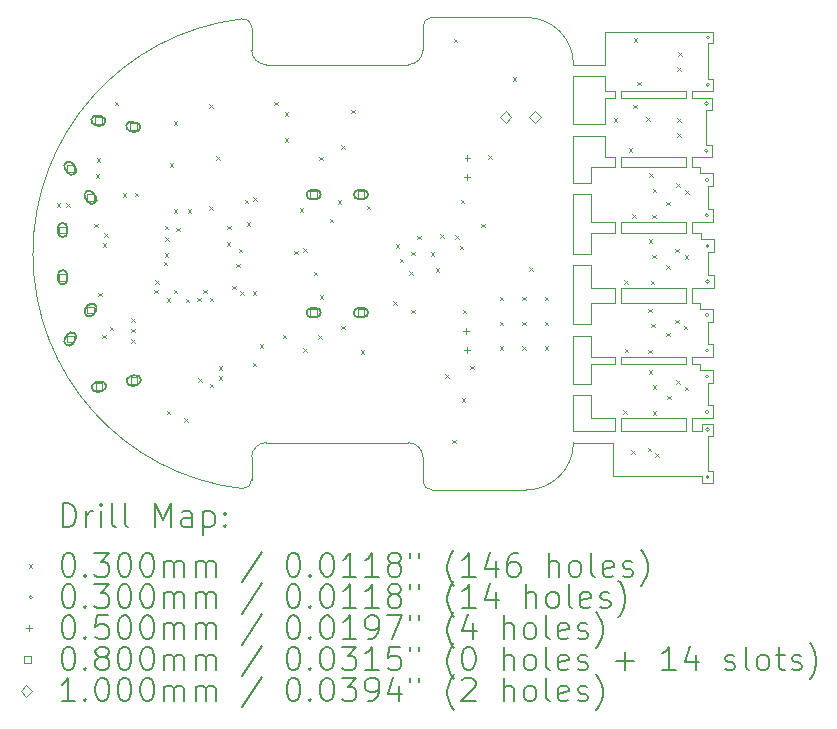
<source format=gbr>
%TF.GenerationSoftware,KiCad,Pcbnew,6.0.7-f9a2dced07~116~ubuntu20.04.1*%
%TF.CreationDate,2022-08-28T21:07:57+05:30*%
%TF.ProjectId,mushak_pcb,6d757368-616b-45f7-9063-622e6b696361,rev?*%
%TF.SameCoordinates,Original*%
%TF.FileFunction,Drillmap*%
%TF.FilePolarity,Positive*%
%FSLAX45Y45*%
G04 Gerber Fmt 4.5, Leading zero omitted, Abs format (unit mm)*
G04 Created by KiCad (PCBNEW 6.0.7-f9a2dced07~116~ubuntu20.04.1) date 2022-08-28 21:07:57*
%MOMM*%
%LPD*%
G01*
G04 APERTURE LIST*
%ADD10C,0.100000*%
%ADD11C,0.200000*%
%ADD12C,0.030000*%
%ADD13C,0.050000*%
%ADD14C,0.080000*%
G04 APERTURE END LIST*
D10*
X19400000Y-9100000D02*
X19550000Y-9100000D01*
X19400000Y-8600000D02*
X19400000Y-8200000D01*
X20405000Y-8380000D02*
X20575000Y-8380000D01*
X19545000Y-9990000D02*
X19755000Y-9990000D01*
X19550000Y-10900000D02*
X19550000Y-11095000D01*
X20485000Y-11580000D02*
X19735000Y-11580000D01*
X19550000Y-9430000D02*
X19755000Y-9430000D01*
X20480000Y-9580000D02*
X20480000Y-9525000D01*
X19400000Y-10800000D02*
X19550000Y-10800000D01*
X19000000Y-11700000D02*
X18200000Y-11700000D01*
X16800000Y-8100000D02*
X18000000Y-8100000D01*
X20535000Y-10795000D02*
X20535000Y-10985000D01*
X19400000Y-10300000D02*
X19400000Y-9800000D01*
X20535000Y-10985000D02*
X20585000Y-10985000D01*
X19400000Y-8100000D02*
X19665000Y-8100000D01*
X19735000Y-11200000D02*
X19755000Y-11200000D01*
X20585000Y-10275000D02*
X20585000Y-10165000D01*
X19755000Y-9990000D02*
X19755000Y-10115000D01*
X20585000Y-9130000D02*
X20585000Y-9020000D01*
X20535000Y-8220000D02*
X20535000Y-7920000D01*
X16675000Y-11615000D02*
X16675000Y-11420000D01*
X20405000Y-8880000D02*
X20405000Y-8965000D01*
X20585000Y-8320000D02*
X20585000Y-8220000D01*
X20475000Y-9020000D02*
X20475000Y-8970000D01*
X19400000Y-10800000D02*
X19400000Y-10400000D01*
X19805000Y-10635000D02*
X20355000Y-10635000D01*
X18200000Y-7700000D02*
G75*
G03*
X18125000Y-7775000I0J-75000D01*
G01*
X20590000Y-9990000D02*
X20590000Y-9880000D01*
X20475000Y-10685000D02*
X20475000Y-10635000D01*
X20585000Y-10795000D02*
X20535000Y-10795000D01*
X20405000Y-10115000D02*
X20475000Y-10115000D01*
X20535000Y-7920000D02*
X20585000Y-7920000D01*
X18125000Y-7975000D02*
X18125000Y-7775000D01*
X19000000Y-11700000D02*
G75*
G03*
X19400000Y-11300000I0J400000D01*
G01*
X19400000Y-9197500D02*
X19550000Y-9197500D01*
X19805000Y-8320000D02*
X19805000Y-8380000D01*
X19545000Y-10575000D02*
X19755000Y-10575000D01*
X18125000Y-11425000D02*
G75*
G03*
X18000000Y-11300000I-125000J0D01*
G01*
X19665000Y-8880000D02*
X19755000Y-8880000D01*
X20480000Y-9990000D02*
X20590000Y-9990000D01*
X20405000Y-9525000D02*
X20480000Y-9525000D01*
X20475000Y-10115000D02*
X20475000Y-10120000D01*
X20355000Y-8880000D02*
X19805000Y-8880000D01*
X20590000Y-9580000D02*
X20480000Y-9580000D01*
X19755000Y-8880000D02*
X19755000Y-8965000D01*
X20535000Y-10465000D02*
X20535000Y-10275000D01*
X20585000Y-7920000D02*
X20585000Y-7820000D01*
X19400000Y-8100000D02*
G75*
G03*
X19000000Y-7700000I-400000J0D01*
G01*
X20585000Y-10465000D02*
X20535000Y-10465000D01*
X19400000Y-11200000D02*
X19735000Y-11200000D01*
X20405000Y-10575000D02*
X20405000Y-10635000D01*
X20585000Y-9020000D02*
X20475000Y-9020000D01*
X18000000Y-8100000D02*
G75*
G03*
X18125000Y-7975000I0J125000D01*
G01*
X19545000Y-9800000D02*
X19545000Y-9990000D01*
X19805000Y-11200000D02*
X20355000Y-11200000D01*
X19755000Y-11095000D02*
X19755000Y-11200000D01*
X19400000Y-9700000D02*
X19545000Y-9700000D01*
X19665000Y-8380000D02*
X19665000Y-8600000D01*
X20405000Y-11095000D02*
X20585000Y-11095000D01*
X20355000Y-9990000D02*
X20355000Y-10115000D01*
X19550000Y-9197500D02*
X19550000Y-9430000D01*
X16675000Y-7975000D02*
X16675000Y-7788033D01*
X19550000Y-10635000D02*
X19755000Y-10635000D01*
X19665000Y-8200000D02*
X19665000Y-8320000D01*
X19400000Y-9700000D02*
X19400000Y-9197500D01*
X20585000Y-10685000D02*
X20475000Y-10685000D01*
X20485000Y-11200000D02*
X20485000Y-11140000D01*
X16590000Y-7713033D02*
G75*
G03*
X16600000Y-11690000I235075J-1987905D01*
G01*
X20535000Y-11240000D02*
X20535000Y-11520000D01*
X20540000Y-9880000D02*
X20540000Y-9690000D01*
X19550000Y-10635000D02*
X19550000Y-10800000D01*
X18125000Y-11625000D02*
G75*
G03*
X18200000Y-11700000I75000J0D01*
G01*
X20485000Y-11140000D02*
X20585000Y-11140000D01*
X20585000Y-7820000D02*
X19665000Y-7820000D01*
X19805000Y-9430000D02*
X19805000Y-9525000D01*
X19805000Y-10115000D02*
X20355000Y-10115000D01*
X20590000Y-9690000D02*
X20590000Y-9580000D01*
X20405000Y-9990000D02*
X20405000Y-10115000D01*
X20405000Y-9430000D02*
X20585000Y-9430000D01*
X19755000Y-10575000D02*
X19755000Y-10635000D01*
X20355000Y-8320000D02*
X20355000Y-8380000D01*
X20355000Y-9525000D02*
X19805000Y-9525000D01*
X19755000Y-9525000D02*
X19545000Y-9525000D01*
X19400000Y-10900000D02*
X19550000Y-10900000D01*
X20535000Y-9320000D02*
X20585000Y-9320000D01*
X20585000Y-11140000D02*
X20585000Y-11240000D01*
X20585000Y-10575000D02*
X20585000Y-10465000D01*
X20405000Y-9430000D02*
X20405000Y-9525000D01*
X20485000Y-11640000D02*
X20485000Y-11580000D01*
X19400000Y-8200000D02*
X19665000Y-8200000D01*
X20525000Y-8770000D02*
X20525000Y-8480000D01*
X20405000Y-9990000D02*
X20480000Y-9990000D01*
X18200000Y-7700000D02*
X19000000Y-7700000D01*
X20585000Y-11640000D02*
X20485000Y-11640000D01*
X19805000Y-9430000D02*
X20355000Y-9430000D01*
X20405000Y-10575000D02*
X20475000Y-10575000D01*
X19400000Y-9100000D02*
X19400000Y-8700000D01*
X19545000Y-10400000D02*
X19545000Y-10575000D01*
X20575000Y-8880000D02*
X20575000Y-8780000D01*
X20405000Y-8880000D02*
X20575000Y-8880000D01*
X20475000Y-10575000D02*
X20585000Y-10575000D01*
X19735000Y-11300000D02*
X19735000Y-11580000D01*
X19805000Y-10575000D02*
X20355000Y-10575000D01*
X20585000Y-9320000D02*
X20585000Y-9430000D01*
X19755000Y-8965000D02*
X19550000Y-8965000D01*
X19805000Y-11095000D02*
X20355000Y-11095000D01*
X19400000Y-10300000D02*
X19545000Y-10300000D01*
X19665000Y-8320000D02*
X19755000Y-8320000D01*
X20405000Y-8320000D02*
X20405000Y-8380000D01*
X19805000Y-9990000D02*
X20355000Y-9990000D01*
X19545000Y-10115000D02*
X19545000Y-10300000D01*
X20475000Y-8970000D02*
X20475000Y-8965000D01*
X20535000Y-11520000D02*
X20535000Y-11540000D01*
X20355000Y-8380000D02*
X19805000Y-8380000D01*
X19805000Y-11095000D02*
X19805000Y-11200000D01*
X20590000Y-9880000D02*
X20540000Y-9880000D01*
X16600000Y-11690000D02*
G75*
G03*
X16675000Y-11615000I0J75000D01*
G01*
X20535000Y-11540000D02*
X20585000Y-11540000D01*
X20585000Y-11240000D02*
X20535000Y-11240000D01*
X20405000Y-11200000D02*
X20485000Y-11200000D01*
X20355000Y-8880000D02*
X20355000Y-8965000D01*
X19400000Y-11300000D02*
X19735000Y-11300000D01*
X20355000Y-11095000D02*
X20355000Y-11200000D01*
X20405000Y-8320000D02*
X20585000Y-8320000D01*
X20355000Y-9430000D02*
X20355000Y-9525000D01*
X19805000Y-10575000D02*
X19805000Y-10635000D01*
X20405000Y-11095000D02*
X20405000Y-11200000D01*
X20585000Y-8220000D02*
X20535000Y-8220000D01*
X20585000Y-10985000D02*
X20585000Y-11095000D01*
X19545000Y-9525000D02*
X19545000Y-9700000D01*
X20405000Y-8965000D02*
X20475000Y-8965000D01*
X20475000Y-10165000D02*
X20475000Y-10120000D01*
X19805000Y-8320000D02*
X20355000Y-8320000D01*
X19400000Y-9800000D02*
X19545000Y-9800000D01*
X19400000Y-8700000D02*
X19665000Y-8700000D01*
X20405000Y-10635000D02*
X20475000Y-10635000D01*
X20525000Y-8770000D02*
X20525000Y-8780000D01*
X19755000Y-8320000D02*
X19755000Y-8380000D01*
X20585000Y-10165000D02*
X20475000Y-10165000D01*
X18125000Y-11425000D02*
X18125000Y-11625000D01*
X19755000Y-9430000D02*
X19755000Y-9525000D01*
X20535000Y-9130000D02*
X20585000Y-9130000D01*
X20355000Y-10575000D02*
X20355000Y-10635000D01*
X19665000Y-7820000D02*
X19665000Y-8100000D01*
X19550000Y-8965000D02*
X19550000Y-9100000D01*
X20535000Y-9320000D02*
X20535000Y-9130000D01*
X19755000Y-8380000D02*
X19665000Y-8380000D01*
X20525000Y-8780000D02*
X20575000Y-8780000D01*
X19545000Y-10115000D02*
X19755000Y-10115000D01*
X19805000Y-9990000D02*
X19805000Y-10115000D01*
X20575000Y-8380000D02*
X20575000Y-8480000D01*
X16800000Y-11299996D02*
G75*
G03*
X16675000Y-11420000I0J-125104D01*
G01*
X19805000Y-8880000D02*
X19805000Y-8965000D01*
X20525000Y-8480000D02*
X20575000Y-8480000D01*
X20585000Y-11540000D02*
X20585000Y-11640000D01*
X16674995Y-7788033D02*
G75*
G03*
X16590000Y-7713033I-75585J3D01*
G01*
X19400000Y-8600000D02*
X19665000Y-8600000D01*
X16800000Y-11300000D02*
X18000000Y-11300000D01*
X19400000Y-11200000D02*
X19400000Y-10900000D01*
X20540000Y-9690000D02*
X20590000Y-9690000D01*
X16675000Y-7975000D02*
G75*
G03*
X16800000Y-8100000I125000J0D01*
G01*
X20535000Y-10275000D02*
X20585000Y-10275000D01*
X19400000Y-10400000D02*
X19545000Y-10400000D01*
X19665000Y-8700000D02*
X19665000Y-8880000D01*
X20355000Y-8965000D02*
X19805000Y-8965000D01*
X19550000Y-11095000D02*
X19755000Y-11095000D01*
X20585000Y-10685000D02*
X20585000Y-10795000D01*
D11*
D12*
X15025000Y-9275000D02*
X15055000Y-9305000D01*
X15055000Y-9275000D02*
X15025000Y-9305000D01*
X15104950Y-9275000D02*
X15134950Y-9305000D01*
X15134950Y-9275000D02*
X15104950Y-9305000D01*
X15340000Y-9448000D02*
X15370000Y-9478000D01*
X15370000Y-9448000D02*
X15340000Y-9478000D01*
X15355000Y-9030000D02*
X15385000Y-9060000D01*
X15385000Y-9030000D02*
X15355000Y-9060000D01*
X15365000Y-8892177D02*
X15395000Y-8922177D01*
X15395000Y-8892177D02*
X15365000Y-8922177D01*
X15375000Y-10030000D02*
X15405000Y-10060000D01*
X15405000Y-10030000D02*
X15375000Y-10060000D01*
X15410000Y-10385000D02*
X15440000Y-10415000D01*
X15440000Y-10385000D02*
X15410000Y-10415000D01*
X15415000Y-9610000D02*
X15445000Y-9640000D01*
X15445000Y-9610000D02*
X15415000Y-9640000D01*
X15425000Y-9525000D02*
X15455000Y-9555000D01*
X15455000Y-9525000D02*
X15425000Y-9555000D01*
X15475000Y-10320000D02*
X15505000Y-10350000D01*
X15505000Y-10320000D02*
X15475000Y-10350000D01*
X15515000Y-8415000D02*
X15545000Y-8445000D01*
X15545000Y-8415000D02*
X15515000Y-8445000D01*
X15585000Y-9190000D02*
X15615000Y-9220000D01*
X15615000Y-9190000D02*
X15585000Y-9220000D01*
X15655000Y-10245000D02*
X15685000Y-10275000D01*
X15685000Y-10245000D02*
X15655000Y-10275000D01*
X15655000Y-10335000D02*
X15685000Y-10365000D01*
X15685000Y-10335000D02*
X15655000Y-10365000D01*
X15655000Y-10425000D02*
X15685000Y-10455000D01*
X15685000Y-10425000D02*
X15655000Y-10455000D01*
X15685000Y-9185000D02*
X15715000Y-9215000D01*
X15715000Y-9185000D02*
X15685000Y-9215000D01*
X15850000Y-10005000D02*
X15880000Y-10035000D01*
X15880000Y-10005000D02*
X15850000Y-10035000D01*
X15859680Y-9924680D02*
X15889680Y-9954680D01*
X15889680Y-9924680D02*
X15859680Y-9954680D01*
X15930000Y-9770000D02*
X15960000Y-9800000D01*
X15960000Y-9770000D02*
X15930000Y-9800000D01*
X15940000Y-9465000D02*
X15970000Y-9495000D01*
X15970000Y-9465000D02*
X15940000Y-9495000D01*
X15940000Y-9695000D02*
X15970000Y-9725000D01*
X15970000Y-9695000D02*
X15940000Y-9725000D01*
X15945000Y-9560000D02*
X15975000Y-9590000D01*
X15975000Y-9560000D02*
X15945000Y-9590000D01*
X15954171Y-10076163D02*
X15984171Y-10106163D01*
X15984171Y-10076163D02*
X15954171Y-10106163D01*
X15955000Y-11030000D02*
X15985000Y-11060000D01*
X15985000Y-11030000D02*
X15955000Y-11060000D01*
X15980000Y-8935000D02*
X16010000Y-8965000D01*
X16010000Y-8935000D02*
X15980000Y-8965000D01*
X16015000Y-8580000D02*
X16045000Y-8610000D01*
X16045000Y-8580000D02*
X16015000Y-8610000D01*
X16015000Y-9325000D02*
X16045000Y-9355000D01*
X16045000Y-9325000D02*
X16015000Y-9355000D01*
X16015000Y-10005000D02*
X16045000Y-10035000D01*
X16045000Y-10005000D02*
X16015000Y-10035000D01*
X16035000Y-9480000D02*
X16065000Y-9510000D01*
X16065000Y-9480000D02*
X16035000Y-9510000D01*
X16105000Y-11092500D02*
X16135000Y-11122500D01*
X16135000Y-11092500D02*
X16105000Y-11122500D01*
X16115000Y-10080000D02*
X16145000Y-10110000D01*
X16145000Y-10080000D02*
X16115000Y-10110000D01*
X16135000Y-9325000D02*
X16165000Y-9355000D01*
X16165000Y-9325000D02*
X16135000Y-9355000D01*
X16215000Y-10075000D02*
X16245000Y-10105000D01*
X16245000Y-10075000D02*
X16215000Y-10105000D01*
X16225000Y-10755000D02*
X16255000Y-10785000D01*
X16255000Y-10755000D02*
X16225000Y-10785000D01*
X16265000Y-10005000D02*
X16295000Y-10035000D01*
X16295000Y-10005000D02*
X16265000Y-10035000D01*
X16315000Y-8435000D02*
X16345000Y-8465000D01*
X16345000Y-8435000D02*
X16315000Y-8465000D01*
X16315000Y-9300000D02*
X16345000Y-9330000D01*
X16345000Y-9300000D02*
X16315000Y-9330000D01*
X16320000Y-10075000D02*
X16350000Y-10105000D01*
X16350000Y-10075000D02*
X16320000Y-10105000D01*
X16320000Y-10800000D02*
X16350000Y-10830000D01*
X16350000Y-10800000D02*
X16320000Y-10830000D01*
X16375000Y-8875000D02*
X16405000Y-8905000D01*
X16405000Y-8875000D02*
X16375000Y-8905000D01*
X16395000Y-10655000D02*
X16425000Y-10685000D01*
X16425000Y-10655000D02*
X16395000Y-10685000D01*
X16395000Y-10740000D02*
X16425000Y-10770000D01*
X16425000Y-10740000D02*
X16395000Y-10770000D01*
X16465000Y-9605000D02*
X16495000Y-9635000D01*
X16495000Y-9605000D02*
X16465000Y-9635000D01*
X16470000Y-9465000D02*
X16500000Y-9495000D01*
X16500000Y-9465000D02*
X16470000Y-9495000D01*
X16510000Y-9969950D02*
X16540000Y-9999950D01*
X16540000Y-9969950D02*
X16510000Y-9999950D01*
X16545000Y-9785000D02*
X16575000Y-9815000D01*
X16575000Y-9785000D02*
X16545000Y-9815000D01*
X16565000Y-9660000D02*
X16595000Y-9690000D01*
X16595000Y-9660000D02*
X16565000Y-9690000D01*
X16580000Y-10020000D02*
X16610000Y-10050000D01*
X16610000Y-10020000D02*
X16580000Y-10050000D01*
X16615000Y-9245000D02*
X16645000Y-9275000D01*
X16645000Y-9245000D02*
X16615000Y-9275000D01*
X16635000Y-9435000D02*
X16665000Y-9465000D01*
X16665000Y-9435000D02*
X16635000Y-9465000D01*
X16685000Y-10020000D02*
X16715000Y-10050000D01*
X16715000Y-10020000D02*
X16685000Y-10050000D01*
X16685000Y-10625000D02*
X16715000Y-10655000D01*
X16715000Y-10625000D02*
X16685000Y-10655000D01*
X16686541Y-9222885D02*
X16716541Y-9252885D01*
X16716541Y-9222885D02*
X16686541Y-9252885D01*
X16745000Y-10465000D02*
X16775000Y-10495000D01*
X16775000Y-10465000D02*
X16745000Y-10495000D01*
X16865000Y-8415000D02*
X16895000Y-8445000D01*
X16895000Y-8415000D02*
X16865000Y-8445000D01*
X16940000Y-10385000D02*
X16970000Y-10415000D01*
X16970000Y-10385000D02*
X16940000Y-10415000D01*
X16955000Y-8505000D02*
X16985000Y-8535000D01*
X16985000Y-8505000D02*
X16955000Y-8535000D01*
X16955000Y-8725000D02*
X16985000Y-8755000D01*
X16985000Y-8725000D02*
X16955000Y-8755000D01*
X17035000Y-9675000D02*
X17065000Y-9705000D01*
X17065000Y-9675000D02*
X17035000Y-9705000D01*
X17083000Y-9315000D02*
X17113000Y-9345000D01*
X17113000Y-9315000D02*
X17083000Y-9345000D01*
X17110000Y-9655050D02*
X17140000Y-9685050D01*
X17140000Y-9655050D02*
X17110000Y-9685050D01*
X17110000Y-10500000D02*
X17140000Y-10530000D01*
X17140000Y-10500000D02*
X17110000Y-10530000D01*
X17200000Y-9855000D02*
X17230000Y-9885000D01*
X17230000Y-9855000D02*
X17200000Y-9885000D01*
X17240000Y-10390000D02*
X17270000Y-10420000D01*
X17270000Y-10390000D02*
X17240000Y-10420000D01*
X17245000Y-8880000D02*
X17275000Y-8910000D01*
X17275000Y-8880000D02*
X17245000Y-8910000D01*
X17250000Y-10050000D02*
X17280000Y-10080000D01*
X17280000Y-10050000D02*
X17250000Y-10080000D01*
X17335000Y-9405000D02*
X17365000Y-9435000D01*
X17365000Y-9405000D02*
X17335000Y-9435000D01*
X17405000Y-9250000D02*
X17435000Y-9280000D01*
X17435000Y-9250000D02*
X17405000Y-9280000D01*
X17435000Y-8780000D02*
X17465000Y-8810000D01*
X17465000Y-8780000D02*
X17435000Y-8810000D01*
X17435000Y-10310000D02*
X17465000Y-10340000D01*
X17465000Y-10310000D02*
X17435000Y-10340000D01*
X17520000Y-8480000D02*
X17550000Y-8510000D01*
X17550000Y-8480000D02*
X17520000Y-8510000D01*
X17600000Y-10520000D02*
X17630000Y-10550000D01*
X17630000Y-10520000D02*
X17600000Y-10550000D01*
X17650000Y-9295000D02*
X17680000Y-9325000D01*
X17680000Y-9295000D02*
X17650000Y-9325000D01*
X17875000Y-10105000D02*
X17905000Y-10135000D01*
X17905000Y-10105000D02*
X17875000Y-10135000D01*
X17895000Y-9620000D02*
X17925000Y-9650000D01*
X17925000Y-9620000D02*
X17895000Y-9650000D01*
X17930000Y-9745000D02*
X17960000Y-9775000D01*
X17960000Y-9745000D02*
X17930000Y-9775000D01*
X18010000Y-9849950D02*
X18040000Y-9879950D01*
X18040000Y-9849950D02*
X18010000Y-9879950D01*
X18025000Y-9685000D02*
X18055000Y-9715000D01*
X18055000Y-9685000D02*
X18025000Y-9715000D01*
X18025000Y-10175000D02*
X18055000Y-10205000D01*
X18055000Y-10175000D02*
X18025000Y-10205000D01*
X18075000Y-9550000D02*
X18105000Y-9580000D01*
X18105000Y-9550000D02*
X18075000Y-9580000D01*
X18189680Y-9690320D02*
X18219680Y-9720320D01*
X18219680Y-9690320D02*
X18189680Y-9720320D01*
X18235000Y-9825000D02*
X18265000Y-9855000D01*
X18265000Y-9825000D02*
X18235000Y-9855000D01*
X18270000Y-9535000D02*
X18300000Y-9565000D01*
X18300000Y-9535000D02*
X18270000Y-9565000D01*
X18315000Y-10720000D02*
X18345000Y-10750000D01*
X18345000Y-10720000D02*
X18315000Y-10750000D01*
X18375000Y-11275000D02*
X18405000Y-11305000D01*
X18405000Y-11275000D02*
X18375000Y-11305000D01*
X18385000Y-7880000D02*
X18415000Y-7910000D01*
X18415000Y-7880000D02*
X18385000Y-7910000D01*
X18397450Y-9545000D02*
X18427450Y-9575000D01*
X18427450Y-9545000D02*
X18397450Y-9575000D01*
X18435000Y-9635000D02*
X18465000Y-9665000D01*
X18465000Y-9635000D02*
X18435000Y-9665000D01*
X18445000Y-9244950D02*
X18475000Y-9274950D01*
X18475000Y-9244950D02*
X18445000Y-9274950D01*
X18455000Y-10925000D02*
X18485000Y-10955000D01*
X18485000Y-10925000D02*
X18455000Y-10955000D01*
X18462500Y-10175000D02*
X18492500Y-10205000D01*
X18492500Y-10175000D02*
X18462500Y-10205000D01*
X18525000Y-10650000D02*
X18555000Y-10680000D01*
X18555000Y-10650000D02*
X18525000Y-10680000D01*
X18620000Y-9445000D02*
X18650000Y-9475000D01*
X18650000Y-9445000D02*
X18620000Y-9475000D01*
X18680000Y-8865000D02*
X18710000Y-8895000D01*
X18710000Y-8865000D02*
X18680000Y-8895000D01*
X18775000Y-10065000D02*
X18805000Y-10095000D01*
X18805000Y-10065000D02*
X18775000Y-10095000D01*
X18775000Y-10275000D02*
X18805000Y-10305000D01*
X18805000Y-10275000D02*
X18775000Y-10305000D01*
X18775000Y-10485000D02*
X18805000Y-10515000D01*
X18805000Y-10485000D02*
X18775000Y-10515000D01*
X18885000Y-8205000D02*
X18915000Y-8235000D01*
X18915000Y-8205000D02*
X18885000Y-8235000D01*
X18965000Y-10065000D02*
X18995000Y-10095000D01*
X18995000Y-10065000D02*
X18965000Y-10095000D01*
X18965000Y-10275000D02*
X18995000Y-10305000D01*
X18995000Y-10275000D02*
X18965000Y-10305000D01*
X18965000Y-10485000D02*
X18995000Y-10515000D01*
X18995000Y-10485000D02*
X18965000Y-10515000D01*
X19025000Y-9815000D02*
X19055000Y-9845000D01*
X19055000Y-9815000D02*
X19025000Y-9845000D01*
X19155000Y-10065000D02*
X19185000Y-10095000D01*
X19185000Y-10065000D02*
X19155000Y-10095000D01*
X19155000Y-10275000D02*
X19185000Y-10305000D01*
X19185000Y-10275000D02*
X19155000Y-10305000D01*
X19155000Y-10485000D02*
X19185000Y-10515000D01*
X19185000Y-10485000D02*
X19155000Y-10515000D01*
X19740000Y-8551500D02*
X19770000Y-8581500D01*
X19770000Y-8551500D02*
X19740000Y-8581500D01*
X19820000Y-11025000D02*
X19850000Y-11055000D01*
X19850000Y-11025000D02*
X19820000Y-11055000D01*
X19830000Y-9925000D02*
X19860000Y-9955000D01*
X19860000Y-9925000D02*
X19830000Y-9955000D01*
X19835000Y-10505000D02*
X19865000Y-10535000D01*
X19865000Y-10505000D02*
X19835000Y-10535000D01*
X19869500Y-8805500D02*
X19899500Y-8835500D01*
X19899500Y-8805500D02*
X19869500Y-8835500D01*
X19890000Y-11365000D02*
X19920000Y-11395000D01*
X19920000Y-11365000D02*
X19890000Y-11395000D01*
X19895000Y-9365000D02*
X19925000Y-9395000D01*
X19925000Y-9365000D02*
X19895000Y-9395000D01*
X19905000Y-8440000D02*
X19935000Y-8470000D01*
X19935000Y-8440000D02*
X19905000Y-8470000D01*
X19910000Y-7875000D02*
X19940000Y-7905000D01*
X19940000Y-7875000D02*
X19910000Y-7905000D01*
X19940000Y-8245000D02*
X19970000Y-8275000D01*
X19970000Y-8245000D02*
X19940000Y-8275000D01*
X20018000Y-8545000D02*
X20048000Y-8575000D01*
X20048000Y-8545000D02*
X20018000Y-8575000D01*
X20028344Y-11343834D02*
X20058344Y-11373834D01*
X20058344Y-11343834D02*
X20028344Y-11373834D01*
X20035000Y-10165000D02*
X20065000Y-10195000D01*
X20065000Y-10165000D02*
X20035000Y-10195000D01*
X20035000Y-10515000D02*
X20065000Y-10545000D01*
X20065000Y-10515000D02*
X20035000Y-10545000D01*
X20037500Y-9580000D02*
X20067500Y-9610000D01*
X20067500Y-9580000D02*
X20037500Y-9610000D01*
X20037500Y-10685000D02*
X20067500Y-10715000D01*
X20067500Y-10685000D02*
X20037500Y-10715000D01*
X20042500Y-9020000D02*
X20072500Y-9050000D01*
X20072500Y-9020000D02*
X20042500Y-9050000D01*
X20055000Y-9930000D02*
X20085000Y-9960000D01*
X20085000Y-9930000D02*
X20055000Y-9960000D01*
X20060000Y-10295000D02*
X20090000Y-10325000D01*
X20090000Y-10295000D02*
X20060000Y-10325000D01*
X20065000Y-9370000D02*
X20095000Y-9400000D01*
X20095000Y-9370000D02*
X20065000Y-9400000D01*
X20065050Y-9710000D02*
X20095050Y-9740000D01*
X20095050Y-9710000D02*
X20065050Y-9740000D01*
X20070000Y-9150000D02*
X20100000Y-9180000D01*
X20100000Y-9150000D02*
X20070000Y-9180000D01*
X20070000Y-10815000D02*
X20100000Y-10845000D01*
X20100000Y-10815000D02*
X20070000Y-10845000D01*
X20070000Y-11035000D02*
X20100000Y-11065000D01*
X20100000Y-11035000D02*
X20070000Y-11065000D01*
X20093716Y-11389862D02*
X20123716Y-11419862D01*
X20123716Y-11389862D02*
X20093716Y-11419862D01*
X20185000Y-9260000D02*
X20215000Y-9290000D01*
X20215000Y-9260000D02*
X20185000Y-9290000D01*
X20185000Y-9800000D02*
X20215000Y-9830000D01*
X20215000Y-9800000D02*
X20185000Y-9830000D01*
X20185000Y-10370000D02*
X20215000Y-10400000D01*
X20215000Y-10370000D02*
X20185000Y-10400000D01*
X20195000Y-10905000D02*
X20225000Y-10935000D01*
X20225000Y-10905000D02*
X20195000Y-10935000D01*
X20260000Y-10260000D02*
X20290000Y-10290000D01*
X20290000Y-10260000D02*
X20260000Y-10290000D01*
X20263341Y-9659295D02*
X20293341Y-9689295D01*
X20293341Y-9659295D02*
X20263341Y-9689295D01*
X20270000Y-10770000D02*
X20300000Y-10800000D01*
X20300000Y-10770000D02*
X20270000Y-10800000D01*
X20271490Y-9101676D02*
X20301490Y-9131676D01*
X20301490Y-9101676D02*
X20271490Y-9131676D01*
X20280000Y-8120000D02*
X20310000Y-8150000D01*
X20310000Y-8120000D02*
X20280000Y-8150000D01*
X20280000Y-8551500D02*
X20310000Y-8581500D01*
X20310000Y-8551500D02*
X20280000Y-8581500D01*
X20280000Y-8678500D02*
X20310000Y-8708500D01*
X20310000Y-8678500D02*
X20280000Y-8708500D01*
X20285000Y-7995000D02*
X20315000Y-8025000D01*
X20315000Y-7995000D02*
X20285000Y-8025000D01*
X20335000Y-10308950D02*
X20365000Y-10338950D01*
X20365000Y-10308950D02*
X20335000Y-10338950D01*
X20340000Y-9714000D02*
X20370000Y-9744000D01*
X20370000Y-9714000D02*
X20340000Y-9744000D01*
X20340000Y-10827000D02*
X20370000Y-10857000D01*
X20370000Y-10827000D02*
X20340000Y-10857000D01*
X20345000Y-9162000D02*
X20375000Y-9192000D01*
X20375000Y-9162000D02*
X20345000Y-9192000D01*
X20540000Y-8430000D02*
G75*
G03*
X20540000Y-8430000I-15000J0D01*
G01*
X20540000Y-8830000D02*
G75*
G03*
X20540000Y-8830000I-15000J0D01*
G01*
X20545000Y-9075000D02*
G75*
G03*
X20545000Y-9075000I-15000J0D01*
G01*
X20545000Y-9375000D02*
G75*
G03*
X20545000Y-9375000I-15000J0D01*
G01*
X20545000Y-10220000D02*
G75*
G03*
X20545000Y-10220000I-15000J0D01*
G01*
X20545000Y-10520000D02*
G75*
G03*
X20545000Y-10520000I-15000J0D01*
G01*
X20545000Y-10740000D02*
G75*
G03*
X20545000Y-10740000I-15000J0D01*
G01*
X20545000Y-11040000D02*
G75*
G03*
X20545000Y-11040000I-15000J0D01*
G01*
X20550000Y-9635000D02*
G75*
G03*
X20550000Y-9635000I-15000J0D01*
G01*
X20550000Y-9935000D02*
G75*
G03*
X20550000Y-9935000I-15000J0D01*
G01*
X20550000Y-11190000D02*
G75*
G03*
X20550000Y-11190000I-15000J0D01*
G01*
X20550000Y-11590000D02*
G75*
G03*
X20550000Y-11590000I-15000J0D01*
G01*
X20552000Y-7870000D02*
G75*
G03*
X20552000Y-7870000I-15000J0D01*
G01*
X20552000Y-8270000D02*
G75*
G03*
X20552000Y-8270000I-15000J0D01*
G01*
D13*
X18492500Y-10332500D02*
X18492500Y-10382500D01*
X18467500Y-10357500D02*
X18517500Y-10357500D01*
X18497500Y-9022500D02*
X18497500Y-9072500D01*
X18472500Y-9047500D02*
X18522500Y-9047500D01*
X18497500Y-10487500D02*
X18497500Y-10537500D01*
X18472500Y-10512500D02*
X18522500Y-10512500D01*
X18502500Y-8867500D02*
X18502500Y-8917500D01*
X18477500Y-8892500D02*
X18527500Y-8892500D01*
D14*
X15103284Y-9528285D02*
X15103284Y-9471716D01*
X15046715Y-9471716D01*
X15046715Y-9528285D01*
X15103284Y-9528285D01*
D11*
X15035000Y-9480000D02*
X15035000Y-9520000D01*
X15115000Y-9480000D02*
X15115000Y-9520000D01*
X15035000Y-9520000D02*
G75*
G03*
X15115000Y-9520000I40000J0D01*
G01*
X15115000Y-9480000D02*
G75*
G03*
X15035000Y-9480000I-40000J0D01*
G01*
D14*
X15103284Y-9928285D02*
X15103284Y-9871716D01*
X15046715Y-9871716D01*
X15046715Y-9928285D01*
X15103284Y-9928285D01*
D11*
X15035000Y-9880000D02*
X15035000Y-9920000D01*
X15115000Y-9880000D02*
X15115000Y-9920000D01*
X15035000Y-9920000D02*
G75*
G03*
X15115000Y-9920000I40000J0D01*
G01*
X15115000Y-9880000D02*
G75*
G03*
X15035000Y-9880000I-40000J0D01*
G01*
D14*
X15167248Y-9005412D02*
X15167248Y-8948843D01*
X15110679Y-8948843D01*
X15110679Y-9005412D01*
X15167248Y-9005412D01*
D11*
X15183201Y-8970567D02*
X15160258Y-8937801D01*
X15117669Y-9016453D02*
X15094726Y-8983687D01*
X15160258Y-8937801D02*
G75*
G03*
X15094726Y-8983687I-32766J-22943D01*
G01*
X15117669Y-9016453D02*
G75*
G03*
X15183201Y-8970567I32766J22943D01*
G01*
D14*
X15167248Y-10451157D02*
X15167248Y-10394588D01*
X15110679Y-10394588D01*
X15110679Y-10451157D01*
X15167248Y-10451157D01*
D11*
X15117669Y-10383547D02*
X15094726Y-10416313D01*
X15183201Y-10429433D02*
X15160258Y-10462199D01*
X15094726Y-10416313D02*
G75*
G03*
X15160258Y-10462199I32766J-22943D01*
G01*
X15183201Y-10429433D02*
G75*
G03*
X15117669Y-10383547I-32766J22943D01*
G01*
D14*
X15339321Y-9251157D02*
X15339321Y-9194588D01*
X15282752Y-9194588D01*
X15282752Y-9251157D01*
X15339321Y-9251157D01*
D11*
X15355274Y-9216313D02*
X15332331Y-9183547D01*
X15289742Y-9262199D02*
X15266799Y-9229433D01*
X15332331Y-9183547D02*
G75*
G03*
X15266799Y-9229433I-32766J-22943D01*
G01*
X15289742Y-9262199D02*
G75*
G03*
X15355274Y-9216313I32766J22943D01*
G01*
D14*
X15339321Y-10205412D02*
X15339321Y-10148843D01*
X15282752Y-10148843D01*
X15282752Y-10205412D01*
X15339321Y-10205412D01*
D11*
X15289742Y-10137801D02*
X15266799Y-10170567D01*
X15355274Y-10183687D02*
X15332331Y-10216453D01*
X15266799Y-10170567D02*
G75*
G03*
X15332331Y-10216453I32766J-22943D01*
G01*
X15355274Y-10183687D02*
G75*
G03*
X15289742Y-10137801I-32766J22943D01*
G01*
D14*
X15405563Y-8602237D02*
X15405563Y-8545668D01*
X15348994Y-8545668D01*
X15348994Y-8602237D01*
X15405563Y-8602237D01*
D11*
X15403921Y-8538034D02*
X15364529Y-8531088D01*
X15390029Y-8616818D02*
X15350637Y-8609872D01*
X15364528Y-8531088D02*
G75*
G03*
X15350637Y-8609872I-6946J-39392D01*
G01*
X15390029Y-8616818D02*
G75*
G03*
X15403921Y-8538034I6946J39392D01*
G01*
D14*
X15410563Y-10854332D02*
X15410563Y-10797763D01*
X15353994Y-10797763D01*
X15353994Y-10854332D01*
X15410563Y-10854332D01*
D11*
X15395029Y-10783182D02*
X15355637Y-10790128D01*
X15408921Y-10861967D02*
X15369529Y-10868913D01*
X15355637Y-10790128D02*
G75*
G03*
X15369528Y-10868913I6946J-39392D01*
G01*
X15408921Y-10861967D02*
G75*
G03*
X15395029Y-10783182I-6946J39392D01*
G01*
D14*
X15701006Y-8654332D02*
X15701006Y-8597763D01*
X15644437Y-8597763D01*
X15644437Y-8654332D01*
X15701006Y-8654332D01*
D11*
X15699363Y-8590128D02*
X15659971Y-8583182D01*
X15685471Y-8668913D02*
X15646079Y-8661967D01*
X15659971Y-8583182D02*
G75*
G03*
X15646079Y-8661967I-6946J-39392D01*
G01*
X15685471Y-8668913D02*
G75*
G03*
X15699363Y-8590128I6946J39392D01*
G01*
D14*
X15706006Y-10802237D02*
X15706006Y-10745668D01*
X15649437Y-10745668D01*
X15649437Y-10802237D01*
X15706006Y-10802237D01*
D11*
X15690471Y-10731088D02*
X15651079Y-10738034D01*
X15704363Y-10809872D02*
X15664971Y-10816818D01*
X15651079Y-10738034D02*
G75*
G03*
X15664971Y-10816818I6946J-39392D01*
G01*
X15704363Y-10809872D02*
G75*
G03*
X15690471Y-10731088I-6946J39392D01*
G01*
D14*
X17228285Y-9228285D02*
X17228285Y-9171716D01*
X17171716Y-9171716D01*
X17171716Y-9228285D01*
X17228285Y-9228285D01*
D11*
X17220000Y-9160000D02*
X17180000Y-9160000D01*
X17220000Y-9240000D02*
X17180000Y-9240000D01*
X17180000Y-9160000D02*
G75*
G03*
X17180000Y-9240000I0J-40000D01*
G01*
X17220000Y-9240000D02*
G75*
G03*
X17220000Y-9160000I0J40000D01*
G01*
D14*
X17228285Y-10228285D02*
X17228285Y-10171716D01*
X17171716Y-10171716D01*
X17171716Y-10228285D01*
X17228285Y-10228285D01*
D11*
X17180000Y-10240000D02*
X17220000Y-10240000D01*
X17180000Y-10160000D02*
X17220000Y-10160000D01*
X17220000Y-10240000D02*
G75*
G03*
X17220000Y-10160000I0J40000D01*
G01*
X17180000Y-10160000D02*
G75*
G03*
X17180000Y-10240000I0J-40000D01*
G01*
D14*
X17628285Y-9228285D02*
X17628285Y-9171716D01*
X17571716Y-9171716D01*
X17571716Y-9228285D01*
X17628285Y-9228285D01*
D11*
X17620000Y-9160000D02*
X17580000Y-9160000D01*
X17620000Y-9240000D02*
X17580000Y-9240000D01*
X17580000Y-9160000D02*
G75*
G03*
X17580000Y-9240000I0J-40000D01*
G01*
X17620000Y-9240000D02*
G75*
G03*
X17620000Y-9160000I0J40000D01*
G01*
D14*
X17628285Y-10228285D02*
X17628285Y-10171716D01*
X17571716Y-10171716D01*
X17571716Y-10228285D01*
X17628285Y-10228285D01*
D11*
X17580000Y-10240000D02*
X17620000Y-10240000D01*
X17580000Y-10160000D02*
X17620000Y-10160000D01*
X17620000Y-10240000D02*
G75*
G03*
X17620000Y-10160000I0J40000D01*
G01*
X17580000Y-10160000D02*
G75*
G03*
X17580000Y-10240000I0J-40000D01*
G01*
D10*
X18825000Y-8590000D02*
X18875000Y-8540000D01*
X18825000Y-8490000D01*
X18775000Y-8540000D01*
X18825000Y-8590000D01*
X19075000Y-8590000D02*
X19125000Y-8540000D01*
X19075000Y-8490000D01*
X19025000Y-8540000D01*
X19075000Y-8590000D01*
D11*
X15075938Y-12015476D02*
X15075938Y-11815476D01*
X15123557Y-11815476D01*
X15152129Y-11825000D01*
X15171176Y-11844048D01*
X15180700Y-11863095D01*
X15190224Y-11901190D01*
X15190224Y-11929762D01*
X15180700Y-11967857D01*
X15171176Y-11986905D01*
X15152129Y-12005952D01*
X15123557Y-12015476D01*
X15075938Y-12015476D01*
X15275938Y-12015476D02*
X15275938Y-11882143D01*
X15275938Y-11920238D02*
X15285462Y-11901190D01*
X15294986Y-11891667D01*
X15314033Y-11882143D01*
X15333081Y-11882143D01*
X15399748Y-12015476D02*
X15399748Y-11882143D01*
X15399748Y-11815476D02*
X15390224Y-11825000D01*
X15399748Y-11834524D01*
X15409271Y-11825000D01*
X15399748Y-11815476D01*
X15399748Y-11834524D01*
X15523557Y-12015476D02*
X15504510Y-12005952D01*
X15494986Y-11986905D01*
X15494986Y-11815476D01*
X15628319Y-12015476D02*
X15609271Y-12005952D01*
X15599748Y-11986905D01*
X15599748Y-11815476D01*
X15856891Y-12015476D02*
X15856891Y-11815476D01*
X15923557Y-11958333D01*
X15990224Y-11815476D01*
X15990224Y-12015476D01*
X16171176Y-12015476D02*
X16171176Y-11910714D01*
X16161652Y-11891667D01*
X16142605Y-11882143D01*
X16104510Y-11882143D01*
X16085462Y-11891667D01*
X16171176Y-12005952D02*
X16152129Y-12015476D01*
X16104510Y-12015476D01*
X16085462Y-12005952D01*
X16075938Y-11986905D01*
X16075938Y-11967857D01*
X16085462Y-11948809D01*
X16104510Y-11939286D01*
X16152129Y-11939286D01*
X16171176Y-11929762D01*
X16266414Y-11882143D02*
X16266414Y-12082143D01*
X16266414Y-11891667D02*
X16285462Y-11882143D01*
X16323557Y-11882143D01*
X16342605Y-11891667D01*
X16352129Y-11901190D01*
X16361652Y-11920238D01*
X16361652Y-11977381D01*
X16352129Y-11996428D01*
X16342605Y-12005952D01*
X16323557Y-12015476D01*
X16285462Y-12015476D01*
X16266414Y-12005952D01*
X16447367Y-11996428D02*
X16456891Y-12005952D01*
X16447367Y-12015476D01*
X16437843Y-12005952D01*
X16447367Y-11996428D01*
X16447367Y-12015476D01*
X16447367Y-11891667D02*
X16456891Y-11901190D01*
X16447367Y-11910714D01*
X16437843Y-11901190D01*
X16447367Y-11891667D01*
X16447367Y-11910714D01*
D12*
X14788319Y-12330000D02*
X14818319Y-12360000D01*
X14818319Y-12330000D02*
X14788319Y-12360000D01*
D11*
X15114033Y-12235476D02*
X15133081Y-12235476D01*
X15152129Y-12245000D01*
X15161652Y-12254524D01*
X15171176Y-12273571D01*
X15180700Y-12311667D01*
X15180700Y-12359286D01*
X15171176Y-12397381D01*
X15161652Y-12416428D01*
X15152129Y-12425952D01*
X15133081Y-12435476D01*
X15114033Y-12435476D01*
X15094986Y-12425952D01*
X15085462Y-12416428D01*
X15075938Y-12397381D01*
X15066414Y-12359286D01*
X15066414Y-12311667D01*
X15075938Y-12273571D01*
X15085462Y-12254524D01*
X15094986Y-12245000D01*
X15114033Y-12235476D01*
X15266414Y-12416428D02*
X15275938Y-12425952D01*
X15266414Y-12435476D01*
X15256891Y-12425952D01*
X15266414Y-12416428D01*
X15266414Y-12435476D01*
X15342605Y-12235476D02*
X15466414Y-12235476D01*
X15399748Y-12311667D01*
X15428319Y-12311667D01*
X15447367Y-12321190D01*
X15456891Y-12330714D01*
X15466414Y-12349762D01*
X15466414Y-12397381D01*
X15456891Y-12416428D01*
X15447367Y-12425952D01*
X15428319Y-12435476D01*
X15371176Y-12435476D01*
X15352129Y-12425952D01*
X15342605Y-12416428D01*
X15590224Y-12235476D02*
X15609271Y-12235476D01*
X15628319Y-12245000D01*
X15637843Y-12254524D01*
X15647367Y-12273571D01*
X15656891Y-12311667D01*
X15656891Y-12359286D01*
X15647367Y-12397381D01*
X15637843Y-12416428D01*
X15628319Y-12425952D01*
X15609271Y-12435476D01*
X15590224Y-12435476D01*
X15571176Y-12425952D01*
X15561652Y-12416428D01*
X15552129Y-12397381D01*
X15542605Y-12359286D01*
X15542605Y-12311667D01*
X15552129Y-12273571D01*
X15561652Y-12254524D01*
X15571176Y-12245000D01*
X15590224Y-12235476D01*
X15780700Y-12235476D02*
X15799748Y-12235476D01*
X15818795Y-12245000D01*
X15828319Y-12254524D01*
X15837843Y-12273571D01*
X15847367Y-12311667D01*
X15847367Y-12359286D01*
X15837843Y-12397381D01*
X15828319Y-12416428D01*
X15818795Y-12425952D01*
X15799748Y-12435476D01*
X15780700Y-12435476D01*
X15761652Y-12425952D01*
X15752129Y-12416428D01*
X15742605Y-12397381D01*
X15733081Y-12359286D01*
X15733081Y-12311667D01*
X15742605Y-12273571D01*
X15752129Y-12254524D01*
X15761652Y-12245000D01*
X15780700Y-12235476D01*
X15933081Y-12435476D02*
X15933081Y-12302143D01*
X15933081Y-12321190D02*
X15942605Y-12311667D01*
X15961652Y-12302143D01*
X15990224Y-12302143D01*
X16009271Y-12311667D01*
X16018795Y-12330714D01*
X16018795Y-12435476D01*
X16018795Y-12330714D02*
X16028319Y-12311667D01*
X16047367Y-12302143D01*
X16075938Y-12302143D01*
X16094986Y-12311667D01*
X16104510Y-12330714D01*
X16104510Y-12435476D01*
X16199748Y-12435476D02*
X16199748Y-12302143D01*
X16199748Y-12321190D02*
X16209271Y-12311667D01*
X16228319Y-12302143D01*
X16256891Y-12302143D01*
X16275938Y-12311667D01*
X16285462Y-12330714D01*
X16285462Y-12435476D01*
X16285462Y-12330714D02*
X16294986Y-12311667D01*
X16314033Y-12302143D01*
X16342605Y-12302143D01*
X16361652Y-12311667D01*
X16371176Y-12330714D01*
X16371176Y-12435476D01*
X16761652Y-12225952D02*
X16590224Y-12483095D01*
X17018795Y-12235476D02*
X17037843Y-12235476D01*
X17056891Y-12245000D01*
X17066414Y-12254524D01*
X17075938Y-12273571D01*
X17085462Y-12311667D01*
X17085462Y-12359286D01*
X17075938Y-12397381D01*
X17066414Y-12416428D01*
X17056891Y-12425952D01*
X17037843Y-12435476D01*
X17018795Y-12435476D01*
X16999748Y-12425952D01*
X16990224Y-12416428D01*
X16980700Y-12397381D01*
X16971176Y-12359286D01*
X16971176Y-12311667D01*
X16980700Y-12273571D01*
X16990224Y-12254524D01*
X16999748Y-12245000D01*
X17018795Y-12235476D01*
X17171176Y-12416428D02*
X17180700Y-12425952D01*
X17171176Y-12435476D01*
X17161653Y-12425952D01*
X17171176Y-12416428D01*
X17171176Y-12435476D01*
X17304510Y-12235476D02*
X17323557Y-12235476D01*
X17342605Y-12245000D01*
X17352129Y-12254524D01*
X17361653Y-12273571D01*
X17371176Y-12311667D01*
X17371176Y-12359286D01*
X17361653Y-12397381D01*
X17352129Y-12416428D01*
X17342605Y-12425952D01*
X17323557Y-12435476D01*
X17304510Y-12435476D01*
X17285462Y-12425952D01*
X17275938Y-12416428D01*
X17266414Y-12397381D01*
X17256891Y-12359286D01*
X17256891Y-12311667D01*
X17266414Y-12273571D01*
X17275938Y-12254524D01*
X17285462Y-12245000D01*
X17304510Y-12235476D01*
X17561653Y-12435476D02*
X17447367Y-12435476D01*
X17504510Y-12435476D02*
X17504510Y-12235476D01*
X17485462Y-12264048D01*
X17466414Y-12283095D01*
X17447367Y-12292619D01*
X17752129Y-12435476D02*
X17637843Y-12435476D01*
X17694986Y-12435476D02*
X17694986Y-12235476D01*
X17675938Y-12264048D01*
X17656891Y-12283095D01*
X17637843Y-12292619D01*
X17866414Y-12321190D02*
X17847367Y-12311667D01*
X17837843Y-12302143D01*
X17828319Y-12283095D01*
X17828319Y-12273571D01*
X17837843Y-12254524D01*
X17847367Y-12245000D01*
X17866414Y-12235476D01*
X17904510Y-12235476D01*
X17923557Y-12245000D01*
X17933081Y-12254524D01*
X17942605Y-12273571D01*
X17942605Y-12283095D01*
X17933081Y-12302143D01*
X17923557Y-12311667D01*
X17904510Y-12321190D01*
X17866414Y-12321190D01*
X17847367Y-12330714D01*
X17837843Y-12340238D01*
X17828319Y-12359286D01*
X17828319Y-12397381D01*
X17837843Y-12416428D01*
X17847367Y-12425952D01*
X17866414Y-12435476D01*
X17904510Y-12435476D01*
X17923557Y-12425952D01*
X17933081Y-12416428D01*
X17942605Y-12397381D01*
X17942605Y-12359286D01*
X17933081Y-12340238D01*
X17923557Y-12330714D01*
X17904510Y-12321190D01*
X18018795Y-12235476D02*
X18018795Y-12273571D01*
X18094986Y-12235476D02*
X18094986Y-12273571D01*
X18390224Y-12511667D02*
X18380700Y-12502143D01*
X18361653Y-12473571D01*
X18352129Y-12454524D01*
X18342605Y-12425952D01*
X18333081Y-12378333D01*
X18333081Y-12340238D01*
X18342605Y-12292619D01*
X18352129Y-12264048D01*
X18361653Y-12245000D01*
X18380700Y-12216428D01*
X18390224Y-12206905D01*
X18571176Y-12435476D02*
X18456891Y-12435476D01*
X18514033Y-12435476D02*
X18514033Y-12235476D01*
X18494986Y-12264048D01*
X18475938Y-12283095D01*
X18456891Y-12292619D01*
X18742605Y-12302143D02*
X18742605Y-12435476D01*
X18694986Y-12225952D02*
X18647367Y-12368809D01*
X18771176Y-12368809D01*
X18933081Y-12235476D02*
X18894986Y-12235476D01*
X18875938Y-12245000D01*
X18866414Y-12254524D01*
X18847367Y-12283095D01*
X18837843Y-12321190D01*
X18837843Y-12397381D01*
X18847367Y-12416428D01*
X18856891Y-12425952D01*
X18875938Y-12435476D01*
X18914033Y-12435476D01*
X18933081Y-12425952D01*
X18942605Y-12416428D01*
X18952129Y-12397381D01*
X18952129Y-12349762D01*
X18942605Y-12330714D01*
X18933081Y-12321190D01*
X18914033Y-12311667D01*
X18875938Y-12311667D01*
X18856891Y-12321190D01*
X18847367Y-12330714D01*
X18837843Y-12349762D01*
X19190224Y-12435476D02*
X19190224Y-12235476D01*
X19275938Y-12435476D02*
X19275938Y-12330714D01*
X19266414Y-12311667D01*
X19247367Y-12302143D01*
X19218795Y-12302143D01*
X19199748Y-12311667D01*
X19190224Y-12321190D01*
X19399748Y-12435476D02*
X19380700Y-12425952D01*
X19371176Y-12416428D01*
X19361653Y-12397381D01*
X19361653Y-12340238D01*
X19371176Y-12321190D01*
X19380700Y-12311667D01*
X19399748Y-12302143D01*
X19428319Y-12302143D01*
X19447367Y-12311667D01*
X19456891Y-12321190D01*
X19466414Y-12340238D01*
X19466414Y-12397381D01*
X19456891Y-12416428D01*
X19447367Y-12425952D01*
X19428319Y-12435476D01*
X19399748Y-12435476D01*
X19580700Y-12435476D02*
X19561653Y-12425952D01*
X19552129Y-12406905D01*
X19552129Y-12235476D01*
X19733081Y-12425952D02*
X19714033Y-12435476D01*
X19675938Y-12435476D01*
X19656891Y-12425952D01*
X19647367Y-12406905D01*
X19647367Y-12330714D01*
X19656891Y-12311667D01*
X19675938Y-12302143D01*
X19714033Y-12302143D01*
X19733081Y-12311667D01*
X19742605Y-12330714D01*
X19742605Y-12349762D01*
X19647367Y-12368809D01*
X19818795Y-12425952D02*
X19837843Y-12435476D01*
X19875938Y-12435476D01*
X19894986Y-12425952D01*
X19904510Y-12406905D01*
X19904510Y-12397381D01*
X19894986Y-12378333D01*
X19875938Y-12368809D01*
X19847367Y-12368809D01*
X19828319Y-12359286D01*
X19818795Y-12340238D01*
X19818795Y-12330714D01*
X19828319Y-12311667D01*
X19847367Y-12302143D01*
X19875938Y-12302143D01*
X19894986Y-12311667D01*
X19971176Y-12511667D02*
X19980700Y-12502143D01*
X19999748Y-12473571D01*
X20009272Y-12454524D01*
X20018795Y-12425952D01*
X20028319Y-12378333D01*
X20028319Y-12340238D01*
X20018795Y-12292619D01*
X20009272Y-12264048D01*
X19999748Y-12245000D01*
X19980700Y-12216428D01*
X19971176Y-12206905D01*
D12*
X14818319Y-12609000D02*
G75*
G03*
X14818319Y-12609000I-15000J0D01*
G01*
D11*
X15114033Y-12499476D02*
X15133081Y-12499476D01*
X15152129Y-12509000D01*
X15161652Y-12518524D01*
X15171176Y-12537571D01*
X15180700Y-12575667D01*
X15180700Y-12623286D01*
X15171176Y-12661381D01*
X15161652Y-12680428D01*
X15152129Y-12689952D01*
X15133081Y-12699476D01*
X15114033Y-12699476D01*
X15094986Y-12689952D01*
X15085462Y-12680428D01*
X15075938Y-12661381D01*
X15066414Y-12623286D01*
X15066414Y-12575667D01*
X15075938Y-12537571D01*
X15085462Y-12518524D01*
X15094986Y-12509000D01*
X15114033Y-12499476D01*
X15266414Y-12680428D02*
X15275938Y-12689952D01*
X15266414Y-12699476D01*
X15256891Y-12689952D01*
X15266414Y-12680428D01*
X15266414Y-12699476D01*
X15342605Y-12499476D02*
X15466414Y-12499476D01*
X15399748Y-12575667D01*
X15428319Y-12575667D01*
X15447367Y-12585190D01*
X15456891Y-12594714D01*
X15466414Y-12613762D01*
X15466414Y-12661381D01*
X15456891Y-12680428D01*
X15447367Y-12689952D01*
X15428319Y-12699476D01*
X15371176Y-12699476D01*
X15352129Y-12689952D01*
X15342605Y-12680428D01*
X15590224Y-12499476D02*
X15609271Y-12499476D01*
X15628319Y-12509000D01*
X15637843Y-12518524D01*
X15647367Y-12537571D01*
X15656891Y-12575667D01*
X15656891Y-12623286D01*
X15647367Y-12661381D01*
X15637843Y-12680428D01*
X15628319Y-12689952D01*
X15609271Y-12699476D01*
X15590224Y-12699476D01*
X15571176Y-12689952D01*
X15561652Y-12680428D01*
X15552129Y-12661381D01*
X15542605Y-12623286D01*
X15542605Y-12575667D01*
X15552129Y-12537571D01*
X15561652Y-12518524D01*
X15571176Y-12509000D01*
X15590224Y-12499476D01*
X15780700Y-12499476D02*
X15799748Y-12499476D01*
X15818795Y-12509000D01*
X15828319Y-12518524D01*
X15837843Y-12537571D01*
X15847367Y-12575667D01*
X15847367Y-12623286D01*
X15837843Y-12661381D01*
X15828319Y-12680428D01*
X15818795Y-12689952D01*
X15799748Y-12699476D01*
X15780700Y-12699476D01*
X15761652Y-12689952D01*
X15752129Y-12680428D01*
X15742605Y-12661381D01*
X15733081Y-12623286D01*
X15733081Y-12575667D01*
X15742605Y-12537571D01*
X15752129Y-12518524D01*
X15761652Y-12509000D01*
X15780700Y-12499476D01*
X15933081Y-12699476D02*
X15933081Y-12566143D01*
X15933081Y-12585190D02*
X15942605Y-12575667D01*
X15961652Y-12566143D01*
X15990224Y-12566143D01*
X16009271Y-12575667D01*
X16018795Y-12594714D01*
X16018795Y-12699476D01*
X16018795Y-12594714D02*
X16028319Y-12575667D01*
X16047367Y-12566143D01*
X16075938Y-12566143D01*
X16094986Y-12575667D01*
X16104510Y-12594714D01*
X16104510Y-12699476D01*
X16199748Y-12699476D02*
X16199748Y-12566143D01*
X16199748Y-12585190D02*
X16209271Y-12575667D01*
X16228319Y-12566143D01*
X16256891Y-12566143D01*
X16275938Y-12575667D01*
X16285462Y-12594714D01*
X16285462Y-12699476D01*
X16285462Y-12594714D02*
X16294986Y-12575667D01*
X16314033Y-12566143D01*
X16342605Y-12566143D01*
X16361652Y-12575667D01*
X16371176Y-12594714D01*
X16371176Y-12699476D01*
X16761652Y-12489952D02*
X16590224Y-12747095D01*
X17018795Y-12499476D02*
X17037843Y-12499476D01*
X17056891Y-12509000D01*
X17066414Y-12518524D01*
X17075938Y-12537571D01*
X17085462Y-12575667D01*
X17085462Y-12623286D01*
X17075938Y-12661381D01*
X17066414Y-12680428D01*
X17056891Y-12689952D01*
X17037843Y-12699476D01*
X17018795Y-12699476D01*
X16999748Y-12689952D01*
X16990224Y-12680428D01*
X16980700Y-12661381D01*
X16971176Y-12623286D01*
X16971176Y-12575667D01*
X16980700Y-12537571D01*
X16990224Y-12518524D01*
X16999748Y-12509000D01*
X17018795Y-12499476D01*
X17171176Y-12680428D02*
X17180700Y-12689952D01*
X17171176Y-12699476D01*
X17161653Y-12689952D01*
X17171176Y-12680428D01*
X17171176Y-12699476D01*
X17304510Y-12499476D02*
X17323557Y-12499476D01*
X17342605Y-12509000D01*
X17352129Y-12518524D01*
X17361653Y-12537571D01*
X17371176Y-12575667D01*
X17371176Y-12623286D01*
X17361653Y-12661381D01*
X17352129Y-12680428D01*
X17342605Y-12689952D01*
X17323557Y-12699476D01*
X17304510Y-12699476D01*
X17285462Y-12689952D01*
X17275938Y-12680428D01*
X17266414Y-12661381D01*
X17256891Y-12623286D01*
X17256891Y-12575667D01*
X17266414Y-12537571D01*
X17275938Y-12518524D01*
X17285462Y-12509000D01*
X17304510Y-12499476D01*
X17561653Y-12699476D02*
X17447367Y-12699476D01*
X17504510Y-12699476D02*
X17504510Y-12499476D01*
X17485462Y-12528048D01*
X17466414Y-12547095D01*
X17447367Y-12556619D01*
X17752129Y-12699476D02*
X17637843Y-12699476D01*
X17694986Y-12699476D02*
X17694986Y-12499476D01*
X17675938Y-12528048D01*
X17656891Y-12547095D01*
X17637843Y-12556619D01*
X17866414Y-12585190D02*
X17847367Y-12575667D01*
X17837843Y-12566143D01*
X17828319Y-12547095D01*
X17828319Y-12537571D01*
X17837843Y-12518524D01*
X17847367Y-12509000D01*
X17866414Y-12499476D01*
X17904510Y-12499476D01*
X17923557Y-12509000D01*
X17933081Y-12518524D01*
X17942605Y-12537571D01*
X17942605Y-12547095D01*
X17933081Y-12566143D01*
X17923557Y-12575667D01*
X17904510Y-12585190D01*
X17866414Y-12585190D01*
X17847367Y-12594714D01*
X17837843Y-12604238D01*
X17828319Y-12623286D01*
X17828319Y-12661381D01*
X17837843Y-12680428D01*
X17847367Y-12689952D01*
X17866414Y-12699476D01*
X17904510Y-12699476D01*
X17923557Y-12689952D01*
X17933081Y-12680428D01*
X17942605Y-12661381D01*
X17942605Y-12623286D01*
X17933081Y-12604238D01*
X17923557Y-12594714D01*
X17904510Y-12585190D01*
X18018795Y-12499476D02*
X18018795Y-12537571D01*
X18094986Y-12499476D02*
X18094986Y-12537571D01*
X18390224Y-12775667D02*
X18380700Y-12766143D01*
X18361653Y-12737571D01*
X18352129Y-12718524D01*
X18342605Y-12689952D01*
X18333081Y-12642333D01*
X18333081Y-12604238D01*
X18342605Y-12556619D01*
X18352129Y-12528048D01*
X18361653Y-12509000D01*
X18380700Y-12480428D01*
X18390224Y-12470905D01*
X18571176Y-12699476D02*
X18456891Y-12699476D01*
X18514033Y-12699476D02*
X18514033Y-12499476D01*
X18494986Y-12528048D01*
X18475938Y-12547095D01*
X18456891Y-12556619D01*
X18742605Y-12566143D02*
X18742605Y-12699476D01*
X18694986Y-12489952D02*
X18647367Y-12632809D01*
X18771176Y-12632809D01*
X18999748Y-12699476D02*
X18999748Y-12499476D01*
X19085462Y-12699476D02*
X19085462Y-12594714D01*
X19075938Y-12575667D01*
X19056891Y-12566143D01*
X19028319Y-12566143D01*
X19009272Y-12575667D01*
X18999748Y-12585190D01*
X19209272Y-12699476D02*
X19190224Y-12689952D01*
X19180700Y-12680428D01*
X19171176Y-12661381D01*
X19171176Y-12604238D01*
X19180700Y-12585190D01*
X19190224Y-12575667D01*
X19209272Y-12566143D01*
X19237843Y-12566143D01*
X19256891Y-12575667D01*
X19266414Y-12585190D01*
X19275938Y-12604238D01*
X19275938Y-12661381D01*
X19266414Y-12680428D01*
X19256891Y-12689952D01*
X19237843Y-12699476D01*
X19209272Y-12699476D01*
X19390224Y-12699476D02*
X19371176Y-12689952D01*
X19361653Y-12670905D01*
X19361653Y-12499476D01*
X19542605Y-12689952D02*
X19523557Y-12699476D01*
X19485462Y-12699476D01*
X19466414Y-12689952D01*
X19456891Y-12670905D01*
X19456891Y-12594714D01*
X19466414Y-12575667D01*
X19485462Y-12566143D01*
X19523557Y-12566143D01*
X19542605Y-12575667D01*
X19552129Y-12594714D01*
X19552129Y-12613762D01*
X19456891Y-12632809D01*
X19628319Y-12689952D02*
X19647367Y-12699476D01*
X19685462Y-12699476D01*
X19704510Y-12689952D01*
X19714033Y-12670905D01*
X19714033Y-12661381D01*
X19704510Y-12642333D01*
X19685462Y-12632809D01*
X19656891Y-12632809D01*
X19637843Y-12623286D01*
X19628319Y-12604238D01*
X19628319Y-12594714D01*
X19637843Y-12575667D01*
X19656891Y-12566143D01*
X19685462Y-12566143D01*
X19704510Y-12575667D01*
X19780700Y-12775667D02*
X19790224Y-12766143D01*
X19809272Y-12737571D01*
X19818795Y-12718524D01*
X19828319Y-12689952D01*
X19837843Y-12642333D01*
X19837843Y-12604238D01*
X19828319Y-12556619D01*
X19818795Y-12528048D01*
X19809272Y-12509000D01*
X19790224Y-12480428D01*
X19780700Y-12470905D01*
D13*
X14793319Y-12848000D02*
X14793319Y-12898000D01*
X14768319Y-12873000D02*
X14818319Y-12873000D01*
D11*
X15114033Y-12763476D02*
X15133081Y-12763476D01*
X15152129Y-12773000D01*
X15161652Y-12782524D01*
X15171176Y-12801571D01*
X15180700Y-12839667D01*
X15180700Y-12887286D01*
X15171176Y-12925381D01*
X15161652Y-12944428D01*
X15152129Y-12953952D01*
X15133081Y-12963476D01*
X15114033Y-12963476D01*
X15094986Y-12953952D01*
X15085462Y-12944428D01*
X15075938Y-12925381D01*
X15066414Y-12887286D01*
X15066414Y-12839667D01*
X15075938Y-12801571D01*
X15085462Y-12782524D01*
X15094986Y-12773000D01*
X15114033Y-12763476D01*
X15266414Y-12944428D02*
X15275938Y-12953952D01*
X15266414Y-12963476D01*
X15256891Y-12953952D01*
X15266414Y-12944428D01*
X15266414Y-12963476D01*
X15456891Y-12763476D02*
X15361652Y-12763476D01*
X15352129Y-12858714D01*
X15361652Y-12849190D01*
X15380700Y-12839667D01*
X15428319Y-12839667D01*
X15447367Y-12849190D01*
X15456891Y-12858714D01*
X15466414Y-12877762D01*
X15466414Y-12925381D01*
X15456891Y-12944428D01*
X15447367Y-12953952D01*
X15428319Y-12963476D01*
X15380700Y-12963476D01*
X15361652Y-12953952D01*
X15352129Y-12944428D01*
X15590224Y-12763476D02*
X15609271Y-12763476D01*
X15628319Y-12773000D01*
X15637843Y-12782524D01*
X15647367Y-12801571D01*
X15656891Y-12839667D01*
X15656891Y-12887286D01*
X15647367Y-12925381D01*
X15637843Y-12944428D01*
X15628319Y-12953952D01*
X15609271Y-12963476D01*
X15590224Y-12963476D01*
X15571176Y-12953952D01*
X15561652Y-12944428D01*
X15552129Y-12925381D01*
X15542605Y-12887286D01*
X15542605Y-12839667D01*
X15552129Y-12801571D01*
X15561652Y-12782524D01*
X15571176Y-12773000D01*
X15590224Y-12763476D01*
X15780700Y-12763476D02*
X15799748Y-12763476D01*
X15818795Y-12773000D01*
X15828319Y-12782524D01*
X15837843Y-12801571D01*
X15847367Y-12839667D01*
X15847367Y-12887286D01*
X15837843Y-12925381D01*
X15828319Y-12944428D01*
X15818795Y-12953952D01*
X15799748Y-12963476D01*
X15780700Y-12963476D01*
X15761652Y-12953952D01*
X15752129Y-12944428D01*
X15742605Y-12925381D01*
X15733081Y-12887286D01*
X15733081Y-12839667D01*
X15742605Y-12801571D01*
X15752129Y-12782524D01*
X15761652Y-12773000D01*
X15780700Y-12763476D01*
X15933081Y-12963476D02*
X15933081Y-12830143D01*
X15933081Y-12849190D02*
X15942605Y-12839667D01*
X15961652Y-12830143D01*
X15990224Y-12830143D01*
X16009271Y-12839667D01*
X16018795Y-12858714D01*
X16018795Y-12963476D01*
X16018795Y-12858714D02*
X16028319Y-12839667D01*
X16047367Y-12830143D01*
X16075938Y-12830143D01*
X16094986Y-12839667D01*
X16104510Y-12858714D01*
X16104510Y-12963476D01*
X16199748Y-12963476D02*
X16199748Y-12830143D01*
X16199748Y-12849190D02*
X16209271Y-12839667D01*
X16228319Y-12830143D01*
X16256891Y-12830143D01*
X16275938Y-12839667D01*
X16285462Y-12858714D01*
X16285462Y-12963476D01*
X16285462Y-12858714D02*
X16294986Y-12839667D01*
X16314033Y-12830143D01*
X16342605Y-12830143D01*
X16361652Y-12839667D01*
X16371176Y-12858714D01*
X16371176Y-12963476D01*
X16761652Y-12753952D02*
X16590224Y-13011095D01*
X17018795Y-12763476D02*
X17037843Y-12763476D01*
X17056891Y-12773000D01*
X17066414Y-12782524D01*
X17075938Y-12801571D01*
X17085462Y-12839667D01*
X17085462Y-12887286D01*
X17075938Y-12925381D01*
X17066414Y-12944428D01*
X17056891Y-12953952D01*
X17037843Y-12963476D01*
X17018795Y-12963476D01*
X16999748Y-12953952D01*
X16990224Y-12944428D01*
X16980700Y-12925381D01*
X16971176Y-12887286D01*
X16971176Y-12839667D01*
X16980700Y-12801571D01*
X16990224Y-12782524D01*
X16999748Y-12773000D01*
X17018795Y-12763476D01*
X17171176Y-12944428D02*
X17180700Y-12953952D01*
X17171176Y-12963476D01*
X17161653Y-12953952D01*
X17171176Y-12944428D01*
X17171176Y-12963476D01*
X17304510Y-12763476D02*
X17323557Y-12763476D01*
X17342605Y-12773000D01*
X17352129Y-12782524D01*
X17361653Y-12801571D01*
X17371176Y-12839667D01*
X17371176Y-12887286D01*
X17361653Y-12925381D01*
X17352129Y-12944428D01*
X17342605Y-12953952D01*
X17323557Y-12963476D01*
X17304510Y-12963476D01*
X17285462Y-12953952D01*
X17275938Y-12944428D01*
X17266414Y-12925381D01*
X17256891Y-12887286D01*
X17256891Y-12839667D01*
X17266414Y-12801571D01*
X17275938Y-12782524D01*
X17285462Y-12773000D01*
X17304510Y-12763476D01*
X17561653Y-12963476D02*
X17447367Y-12963476D01*
X17504510Y-12963476D02*
X17504510Y-12763476D01*
X17485462Y-12792048D01*
X17466414Y-12811095D01*
X17447367Y-12820619D01*
X17656891Y-12963476D02*
X17694986Y-12963476D01*
X17714033Y-12953952D01*
X17723557Y-12944428D01*
X17742605Y-12915857D01*
X17752129Y-12877762D01*
X17752129Y-12801571D01*
X17742605Y-12782524D01*
X17733081Y-12773000D01*
X17714033Y-12763476D01*
X17675938Y-12763476D01*
X17656891Y-12773000D01*
X17647367Y-12782524D01*
X17637843Y-12801571D01*
X17637843Y-12849190D01*
X17647367Y-12868238D01*
X17656891Y-12877762D01*
X17675938Y-12887286D01*
X17714033Y-12887286D01*
X17733081Y-12877762D01*
X17742605Y-12868238D01*
X17752129Y-12849190D01*
X17818795Y-12763476D02*
X17952129Y-12763476D01*
X17866414Y-12963476D01*
X18018795Y-12763476D02*
X18018795Y-12801571D01*
X18094986Y-12763476D02*
X18094986Y-12801571D01*
X18390224Y-13039667D02*
X18380700Y-13030143D01*
X18361653Y-13001571D01*
X18352129Y-12982524D01*
X18342605Y-12953952D01*
X18333081Y-12906333D01*
X18333081Y-12868238D01*
X18342605Y-12820619D01*
X18352129Y-12792048D01*
X18361653Y-12773000D01*
X18380700Y-12744428D01*
X18390224Y-12734905D01*
X18552129Y-12830143D02*
X18552129Y-12963476D01*
X18504510Y-12753952D02*
X18456891Y-12896809D01*
X18580700Y-12896809D01*
X18809272Y-12963476D02*
X18809272Y-12763476D01*
X18894986Y-12963476D02*
X18894986Y-12858714D01*
X18885462Y-12839667D01*
X18866414Y-12830143D01*
X18837843Y-12830143D01*
X18818795Y-12839667D01*
X18809272Y-12849190D01*
X19018795Y-12963476D02*
X18999748Y-12953952D01*
X18990224Y-12944428D01*
X18980700Y-12925381D01*
X18980700Y-12868238D01*
X18990224Y-12849190D01*
X18999748Y-12839667D01*
X19018795Y-12830143D01*
X19047367Y-12830143D01*
X19066414Y-12839667D01*
X19075938Y-12849190D01*
X19085462Y-12868238D01*
X19085462Y-12925381D01*
X19075938Y-12944428D01*
X19066414Y-12953952D01*
X19047367Y-12963476D01*
X19018795Y-12963476D01*
X19199748Y-12963476D02*
X19180700Y-12953952D01*
X19171176Y-12934905D01*
X19171176Y-12763476D01*
X19352129Y-12953952D02*
X19333081Y-12963476D01*
X19294986Y-12963476D01*
X19275938Y-12953952D01*
X19266414Y-12934905D01*
X19266414Y-12858714D01*
X19275938Y-12839667D01*
X19294986Y-12830143D01*
X19333081Y-12830143D01*
X19352129Y-12839667D01*
X19361653Y-12858714D01*
X19361653Y-12877762D01*
X19266414Y-12896809D01*
X19437843Y-12953952D02*
X19456891Y-12963476D01*
X19494986Y-12963476D01*
X19514033Y-12953952D01*
X19523557Y-12934905D01*
X19523557Y-12925381D01*
X19514033Y-12906333D01*
X19494986Y-12896809D01*
X19466414Y-12896809D01*
X19447367Y-12887286D01*
X19437843Y-12868238D01*
X19437843Y-12858714D01*
X19447367Y-12839667D01*
X19466414Y-12830143D01*
X19494986Y-12830143D01*
X19514033Y-12839667D01*
X19590224Y-13039667D02*
X19599748Y-13030143D01*
X19618795Y-13001571D01*
X19628319Y-12982524D01*
X19637843Y-12953952D01*
X19647367Y-12906333D01*
X19647367Y-12868238D01*
X19637843Y-12820619D01*
X19628319Y-12792048D01*
X19618795Y-12773000D01*
X19599748Y-12744428D01*
X19590224Y-12734905D01*
D14*
X14806604Y-13165284D02*
X14806604Y-13108715D01*
X14750035Y-13108715D01*
X14750035Y-13165284D01*
X14806604Y-13165284D01*
D11*
X15114033Y-13027476D02*
X15133081Y-13027476D01*
X15152129Y-13037000D01*
X15161652Y-13046524D01*
X15171176Y-13065571D01*
X15180700Y-13103667D01*
X15180700Y-13151286D01*
X15171176Y-13189381D01*
X15161652Y-13208428D01*
X15152129Y-13217952D01*
X15133081Y-13227476D01*
X15114033Y-13227476D01*
X15094986Y-13217952D01*
X15085462Y-13208428D01*
X15075938Y-13189381D01*
X15066414Y-13151286D01*
X15066414Y-13103667D01*
X15075938Y-13065571D01*
X15085462Y-13046524D01*
X15094986Y-13037000D01*
X15114033Y-13027476D01*
X15266414Y-13208428D02*
X15275938Y-13217952D01*
X15266414Y-13227476D01*
X15256891Y-13217952D01*
X15266414Y-13208428D01*
X15266414Y-13227476D01*
X15390224Y-13113190D02*
X15371176Y-13103667D01*
X15361652Y-13094143D01*
X15352129Y-13075095D01*
X15352129Y-13065571D01*
X15361652Y-13046524D01*
X15371176Y-13037000D01*
X15390224Y-13027476D01*
X15428319Y-13027476D01*
X15447367Y-13037000D01*
X15456891Y-13046524D01*
X15466414Y-13065571D01*
X15466414Y-13075095D01*
X15456891Y-13094143D01*
X15447367Y-13103667D01*
X15428319Y-13113190D01*
X15390224Y-13113190D01*
X15371176Y-13122714D01*
X15361652Y-13132238D01*
X15352129Y-13151286D01*
X15352129Y-13189381D01*
X15361652Y-13208428D01*
X15371176Y-13217952D01*
X15390224Y-13227476D01*
X15428319Y-13227476D01*
X15447367Y-13217952D01*
X15456891Y-13208428D01*
X15466414Y-13189381D01*
X15466414Y-13151286D01*
X15456891Y-13132238D01*
X15447367Y-13122714D01*
X15428319Y-13113190D01*
X15590224Y-13027476D02*
X15609271Y-13027476D01*
X15628319Y-13037000D01*
X15637843Y-13046524D01*
X15647367Y-13065571D01*
X15656891Y-13103667D01*
X15656891Y-13151286D01*
X15647367Y-13189381D01*
X15637843Y-13208428D01*
X15628319Y-13217952D01*
X15609271Y-13227476D01*
X15590224Y-13227476D01*
X15571176Y-13217952D01*
X15561652Y-13208428D01*
X15552129Y-13189381D01*
X15542605Y-13151286D01*
X15542605Y-13103667D01*
X15552129Y-13065571D01*
X15561652Y-13046524D01*
X15571176Y-13037000D01*
X15590224Y-13027476D01*
X15780700Y-13027476D02*
X15799748Y-13027476D01*
X15818795Y-13037000D01*
X15828319Y-13046524D01*
X15837843Y-13065571D01*
X15847367Y-13103667D01*
X15847367Y-13151286D01*
X15837843Y-13189381D01*
X15828319Y-13208428D01*
X15818795Y-13217952D01*
X15799748Y-13227476D01*
X15780700Y-13227476D01*
X15761652Y-13217952D01*
X15752129Y-13208428D01*
X15742605Y-13189381D01*
X15733081Y-13151286D01*
X15733081Y-13103667D01*
X15742605Y-13065571D01*
X15752129Y-13046524D01*
X15761652Y-13037000D01*
X15780700Y-13027476D01*
X15933081Y-13227476D02*
X15933081Y-13094143D01*
X15933081Y-13113190D02*
X15942605Y-13103667D01*
X15961652Y-13094143D01*
X15990224Y-13094143D01*
X16009271Y-13103667D01*
X16018795Y-13122714D01*
X16018795Y-13227476D01*
X16018795Y-13122714D02*
X16028319Y-13103667D01*
X16047367Y-13094143D01*
X16075938Y-13094143D01*
X16094986Y-13103667D01*
X16104510Y-13122714D01*
X16104510Y-13227476D01*
X16199748Y-13227476D02*
X16199748Y-13094143D01*
X16199748Y-13113190D02*
X16209271Y-13103667D01*
X16228319Y-13094143D01*
X16256891Y-13094143D01*
X16275938Y-13103667D01*
X16285462Y-13122714D01*
X16285462Y-13227476D01*
X16285462Y-13122714D02*
X16294986Y-13103667D01*
X16314033Y-13094143D01*
X16342605Y-13094143D01*
X16361652Y-13103667D01*
X16371176Y-13122714D01*
X16371176Y-13227476D01*
X16761652Y-13017952D02*
X16590224Y-13275095D01*
X17018795Y-13027476D02*
X17037843Y-13027476D01*
X17056891Y-13037000D01*
X17066414Y-13046524D01*
X17075938Y-13065571D01*
X17085462Y-13103667D01*
X17085462Y-13151286D01*
X17075938Y-13189381D01*
X17066414Y-13208428D01*
X17056891Y-13217952D01*
X17037843Y-13227476D01*
X17018795Y-13227476D01*
X16999748Y-13217952D01*
X16990224Y-13208428D01*
X16980700Y-13189381D01*
X16971176Y-13151286D01*
X16971176Y-13103667D01*
X16980700Y-13065571D01*
X16990224Y-13046524D01*
X16999748Y-13037000D01*
X17018795Y-13027476D01*
X17171176Y-13208428D02*
X17180700Y-13217952D01*
X17171176Y-13227476D01*
X17161653Y-13217952D01*
X17171176Y-13208428D01*
X17171176Y-13227476D01*
X17304510Y-13027476D02*
X17323557Y-13027476D01*
X17342605Y-13037000D01*
X17352129Y-13046524D01*
X17361653Y-13065571D01*
X17371176Y-13103667D01*
X17371176Y-13151286D01*
X17361653Y-13189381D01*
X17352129Y-13208428D01*
X17342605Y-13217952D01*
X17323557Y-13227476D01*
X17304510Y-13227476D01*
X17285462Y-13217952D01*
X17275938Y-13208428D01*
X17266414Y-13189381D01*
X17256891Y-13151286D01*
X17256891Y-13103667D01*
X17266414Y-13065571D01*
X17275938Y-13046524D01*
X17285462Y-13037000D01*
X17304510Y-13027476D01*
X17437843Y-13027476D02*
X17561653Y-13027476D01*
X17494986Y-13103667D01*
X17523557Y-13103667D01*
X17542605Y-13113190D01*
X17552129Y-13122714D01*
X17561653Y-13141762D01*
X17561653Y-13189381D01*
X17552129Y-13208428D01*
X17542605Y-13217952D01*
X17523557Y-13227476D01*
X17466414Y-13227476D01*
X17447367Y-13217952D01*
X17437843Y-13208428D01*
X17752129Y-13227476D02*
X17637843Y-13227476D01*
X17694986Y-13227476D02*
X17694986Y-13027476D01*
X17675938Y-13056048D01*
X17656891Y-13075095D01*
X17637843Y-13084619D01*
X17933081Y-13027476D02*
X17837843Y-13027476D01*
X17828319Y-13122714D01*
X17837843Y-13113190D01*
X17856891Y-13103667D01*
X17904510Y-13103667D01*
X17923557Y-13113190D01*
X17933081Y-13122714D01*
X17942605Y-13141762D01*
X17942605Y-13189381D01*
X17933081Y-13208428D01*
X17923557Y-13217952D01*
X17904510Y-13227476D01*
X17856891Y-13227476D01*
X17837843Y-13217952D01*
X17828319Y-13208428D01*
X18018795Y-13027476D02*
X18018795Y-13065571D01*
X18094986Y-13027476D02*
X18094986Y-13065571D01*
X18390224Y-13303667D02*
X18380700Y-13294143D01*
X18361653Y-13265571D01*
X18352129Y-13246524D01*
X18342605Y-13217952D01*
X18333081Y-13170333D01*
X18333081Y-13132238D01*
X18342605Y-13084619D01*
X18352129Y-13056048D01*
X18361653Y-13037000D01*
X18380700Y-13008428D01*
X18390224Y-12998905D01*
X18504510Y-13027476D02*
X18523557Y-13027476D01*
X18542605Y-13037000D01*
X18552129Y-13046524D01*
X18561653Y-13065571D01*
X18571176Y-13103667D01*
X18571176Y-13151286D01*
X18561653Y-13189381D01*
X18552129Y-13208428D01*
X18542605Y-13217952D01*
X18523557Y-13227476D01*
X18504510Y-13227476D01*
X18485462Y-13217952D01*
X18475938Y-13208428D01*
X18466414Y-13189381D01*
X18456891Y-13151286D01*
X18456891Y-13103667D01*
X18466414Y-13065571D01*
X18475938Y-13046524D01*
X18485462Y-13037000D01*
X18504510Y-13027476D01*
X18809272Y-13227476D02*
X18809272Y-13027476D01*
X18894986Y-13227476D02*
X18894986Y-13122714D01*
X18885462Y-13103667D01*
X18866414Y-13094143D01*
X18837843Y-13094143D01*
X18818795Y-13103667D01*
X18809272Y-13113190D01*
X19018795Y-13227476D02*
X18999748Y-13217952D01*
X18990224Y-13208428D01*
X18980700Y-13189381D01*
X18980700Y-13132238D01*
X18990224Y-13113190D01*
X18999748Y-13103667D01*
X19018795Y-13094143D01*
X19047367Y-13094143D01*
X19066414Y-13103667D01*
X19075938Y-13113190D01*
X19085462Y-13132238D01*
X19085462Y-13189381D01*
X19075938Y-13208428D01*
X19066414Y-13217952D01*
X19047367Y-13227476D01*
X19018795Y-13227476D01*
X19199748Y-13227476D02*
X19180700Y-13217952D01*
X19171176Y-13198905D01*
X19171176Y-13027476D01*
X19352129Y-13217952D02*
X19333081Y-13227476D01*
X19294986Y-13227476D01*
X19275938Y-13217952D01*
X19266414Y-13198905D01*
X19266414Y-13122714D01*
X19275938Y-13103667D01*
X19294986Y-13094143D01*
X19333081Y-13094143D01*
X19352129Y-13103667D01*
X19361653Y-13122714D01*
X19361653Y-13141762D01*
X19266414Y-13160809D01*
X19437843Y-13217952D02*
X19456891Y-13227476D01*
X19494986Y-13227476D01*
X19514033Y-13217952D01*
X19523557Y-13198905D01*
X19523557Y-13189381D01*
X19514033Y-13170333D01*
X19494986Y-13160809D01*
X19466414Y-13160809D01*
X19447367Y-13151286D01*
X19437843Y-13132238D01*
X19437843Y-13122714D01*
X19447367Y-13103667D01*
X19466414Y-13094143D01*
X19494986Y-13094143D01*
X19514033Y-13103667D01*
X19761653Y-13151286D02*
X19914033Y-13151286D01*
X19837843Y-13227476D02*
X19837843Y-13075095D01*
X20266414Y-13227476D02*
X20152129Y-13227476D01*
X20209272Y-13227476D02*
X20209272Y-13027476D01*
X20190224Y-13056048D01*
X20171176Y-13075095D01*
X20152129Y-13084619D01*
X20437843Y-13094143D02*
X20437843Y-13227476D01*
X20390224Y-13017952D02*
X20342605Y-13160809D01*
X20466414Y-13160809D01*
X20685462Y-13217952D02*
X20704510Y-13227476D01*
X20742605Y-13227476D01*
X20761653Y-13217952D01*
X20771176Y-13198905D01*
X20771176Y-13189381D01*
X20761653Y-13170333D01*
X20742605Y-13160809D01*
X20714033Y-13160809D01*
X20694986Y-13151286D01*
X20685462Y-13132238D01*
X20685462Y-13122714D01*
X20694986Y-13103667D01*
X20714033Y-13094143D01*
X20742605Y-13094143D01*
X20761653Y-13103667D01*
X20885462Y-13227476D02*
X20866414Y-13217952D01*
X20856891Y-13198905D01*
X20856891Y-13027476D01*
X20990224Y-13227476D02*
X20971176Y-13217952D01*
X20961653Y-13208428D01*
X20952129Y-13189381D01*
X20952129Y-13132238D01*
X20961653Y-13113190D01*
X20971176Y-13103667D01*
X20990224Y-13094143D01*
X21018795Y-13094143D01*
X21037843Y-13103667D01*
X21047367Y-13113190D01*
X21056891Y-13132238D01*
X21056891Y-13189381D01*
X21047367Y-13208428D01*
X21037843Y-13217952D01*
X21018795Y-13227476D01*
X20990224Y-13227476D01*
X21114033Y-13094143D02*
X21190224Y-13094143D01*
X21142605Y-13027476D02*
X21142605Y-13198905D01*
X21152129Y-13217952D01*
X21171176Y-13227476D01*
X21190224Y-13227476D01*
X21247367Y-13217952D02*
X21266414Y-13227476D01*
X21304510Y-13227476D01*
X21323557Y-13217952D01*
X21333081Y-13198905D01*
X21333081Y-13189381D01*
X21323557Y-13170333D01*
X21304510Y-13160809D01*
X21275938Y-13160809D01*
X21256891Y-13151286D01*
X21247367Y-13132238D01*
X21247367Y-13122714D01*
X21256891Y-13103667D01*
X21275938Y-13094143D01*
X21304510Y-13094143D01*
X21323557Y-13103667D01*
X21399748Y-13303667D02*
X21409272Y-13294143D01*
X21428319Y-13265571D01*
X21437843Y-13246524D01*
X21447367Y-13217952D01*
X21456891Y-13170333D01*
X21456891Y-13132238D01*
X21447367Y-13084619D01*
X21437843Y-13056048D01*
X21428319Y-13037000D01*
X21409272Y-13008428D01*
X21399748Y-12998905D01*
D10*
X14768319Y-13451000D02*
X14818319Y-13401000D01*
X14768319Y-13351000D01*
X14718319Y-13401000D01*
X14768319Y-13451000D01*
D11*
X15180700Y-13491476D02*
X15066414Y-13491476D01*
X15123557Y-13491476D02*
X15123557Y-13291476D01*
X15104510Y-13320048D01*
X15085462Y-13339095D01*
X15066414Y-13348619D01*
X15266414Y-13472428D02*
X15275938Y-13481952D01*
X15266414Y-13491476D01*
X15256891Y-13481952D01*
X15266414Y-13472428D01*
X15266414Y-13491476D01*
X15399748Y-13291476D02*
X15418795Y-13291476D01*
X15437843Y-13301000D01*
X15447367Y-13310524D01*
X15456891Y-13329571D01*
X15466414Y-13367667D01*
X15466414Y-13415286D01*
X15456891Y-13453381D01*
X15447367Y-13472428D01*
X15437843Y-13481952D01*
X15418795Y-13491476D01*
X15399748Y-13491476D01*
X15380700Y-13481952D01*
X15371176Y-13472428D01*
X15361652Y-13453381D01*
X15352129Y-13415286D01*
X15352129Y-13367667D01*
X15361652Y-13329571D01*
X15371176Y-13310524D01*
X15380700Y-13301000D01*
X15399748Y-13291476D01*
X15590224Y-13291476D02*
X15609271Y-13291476D01*
X15628319Y-13301000D01*
X15637843Y-13310524D01*
X15647367Y-13329571D01*
X15656891Y-13367667D01*
X15656891Y-13415286D01*
X15647367Y-13453381D01*
X15637843Y-13472428D01*
X15628319Y-13481952D01*
X15609271Y-13491476D01*
X15590224Y-13491476D01*
X15571176Y-13481952D01*
X15561652Y-13472428D01*
X15552129Y-13453381D01*
X15542605Y-13415286D01*
X15542605Y-13367667D01*
X15552129Y-13329571D01*
X15561652Y-13310524D01*
X15571176Y-13301000D01*
X15590224Y-13291476D01*
X15780700Y-13291476D02*
X15799748Y-13291476D01*
X15818795Y-13301000D01*
X15828319Y-13310524D01*
X15837843Y-13329571D01*
X15847367Y-13367667D01*
X15847367Y-13415286D01*
X15837843Y-13453381D01*
X15828319Y-13472428D01*
X15818795Y-13481952D01*
X15799748Y-13491476D01*
X15780700Y-13491476D01*
X15761652Y-13481952D01*
X15752129Y-13472428D01*
X15742605Y-13453381D01*
X15733081Y-13415286D01*
X15733081Y-13367667D01*
X15742605Y-13329571D01*
X15752129Y-13310524D01*
X15761652Y-13301000D01*
X15780700Y-13291476D01*
X15933081Y-13491476D02*
X15933081Y-13358143D01*
X15933081Y-13377190D02*
X15942605Y-13367667D01*
X15961652Y-13358143D01*
X15990224Y-13358143D01*
X16009271Y-13367667D01*
X16018795Y-13386714D01*
X16018795Y-13491476D01*
X16018795Y-13386714D02*
X16028319Y-13367667D01*
X16047367Y-13358143D01*
X16075938Y-13358143D01*
X16094986Y-13367667D01*
X16104510Y-13386714D01*
X16104510Y-13491476D01*
X16199748Y-13491476D02*
X16199748Y-13358143D01*
X16199748Y-13377190D02*
X16209271Y-13367667D01*
X16228319Y-13358143D01*
X16256891Y-13358143D01*
X16275938Y-13367667D01*
X16285462Y-13386714D01*
X16285462Y-13491476D01*
X16285462Y-13386714D02*
X16294986Y-13367667D01*
X16314033Y-13358143D01*
X16342605Y-13358143D01*
X16361652Y-13367667D01*
X16371176Y-13386714D01*
X16371176Y-13491476D01*
X16761652Y-13281952D02*
X16590224Y-13539095D01*
X17018795Y-13291476D02*
X17037843Y-13291476D01*
X17056891Y-13301000D01*
X17066414Y-13310524D01*
X17075938Y-13329571D01*
X17085462Y-13367667D01*
X17085462Y-13415286D01*
X17075938Y-13453381D01*
X17066414Y-13472428D01*
X17056891Y-13481952D01*
X17037843Y-13491476D01*
X17018795Y-13491476D01*
X16999748Y-13481952D01*
X16990224Y-13472428D01*
X16980700Y-13453381D01*
X16971176Y-13415286D01*
X16971176Y-13367667D01*
X16980700Y-13329571D01*
X16990224Y-13310524D01*
X16999748Y-13301000D01*
X17018795Y-13291476D01*
X17171176Y-13472428D02*
X17180700Y-13481952D01*
X17171176Y-13491476D01*
X17161653Y-13481952D01*
X17171176Y-13472428D01*
X17171176Y-13491476D01*
X17304510Y-13291476D02*
X17323557Y-13291476D01*
X17342605Y-13301000D01*
X17352129Y-13310524D01*
X17361653Y-13329571D01*
X17371176Y-13367667D01*
X17371176Y-13415286D01*
X17361653Y-13453381D01*
X17352129Y-13472428D01*
X17342605Y-13481952D01*
X17323557Y-13491476D01*
X17304510Y-13491476D01*
X17285462Y-13481952D01*
X17275938Y-13472428D01*
X17266414Y-13453381D01*
X17256891Y-13415286D01*
X17256891Y-13367667D01*
X17266414Y-13329571D01*
X17275938Y-13310524D01*
X17285462Y-13301000D01*
X17304510Y-13291476D01*
X17437843Y-13291476D02*
X17561653Y-13291476D01*
X17494986Y-13367667D01*
X17523557Y-13367667D01*
X17542605Y-13377190D01*
X17552129Y-13386714D01*
X17561653Y-13405762D01*
X17561653Y-13453381D01*
X17552129Y-13472428D01*
X17542605Y-13481952D01*
X17523557Y-13491476D01*
X17466414Y-13491476D01*
X17447367Y-13481952D01*
X17437843Y-13472428D01*
X17656891Y-13491476D02*
X17694986Y-13491476D01*
X17714033Y-13481952D01*
X17723557Y-13472428D01*
X17742605Y-13443857D01*
X17752129Y-13405762D01*
X17752129Y-13329571D01*
X17742605Y-13310524D01*
X17733081Y-13301000D01*
X17714033Y-13291476D01*
X17675938Y-13291476D01*
X17656891Y-13301000D01*
X17647367Y-13310524D01*
X17637843Y-13329571D01*
X17637843Y-13377190D01*
X17647367Y-13396238D01*
X17656891Y-13405762D01*
X17675938Y-13415286D01*
X17714033Y-13415286D01*
X17733081Y-13405762D01*
X17742605Y-13396238D01*
X17752129Y-13377190D01*
X17923557Y-13358143D02*
X17923557Y-13491476D01*
X17875938Y-13281952D02*
X17828319Y-13424809D01*
X17952129Y-13424809D01*
X18018795Y-13291476D02*
X18018795Y-13329571D01*
X18094986Y-13291476D02*
X18094986Y-13329571D01*
X18390224Y-13567667D02*
X18380700Y-13558143D01*
X18361653Y-13529571D01*
X18352129Y-13510524D01*
X18342605Y-13481952D01*
X18333081Y-13434333D01*
X18333081Y-13396238D01*
X18342605Y-13348619D01*
X18352129Y-13320048D01*
X18361653Y-13301000D01*
X18380700Y-13272428D01*
X18390224Y-13262905D01*
X18456891Y-13310524D02*
X18466414Y-13301000D01*
X18485462Y-13291476D01*
X18533081Y-13291476D01*
X18552129Y-13301000D01*
X18561653Y-13310524D01*
X18571176Y-13329571D01*
X18571176Y-13348619D01*
X18561653Y-13377190D01*
X18447367Y-13491476D01*
X18571176Y-13491476D01*
X18809272Y-13491476D02*
X18809272Y-13291476D01*
X18894986Y-13491476D02*
X18894986Y-13386714D01*
X18885462Y-13367667D01*
X18866414Y-13358143D01*
X18837843Y-13358143D01*
X18818795Y-13367667D01*
X18809272Y-13377190D01*
X19018795Y-13491476D02*
X18999748Y-13481952D01*
X18990224Y-13472428D01*
X18980700Y-13453381D01*
X18980700Y-13396238D01*
X18990224Y-13377190D01*
X18999748Y-13367667D01*
X19018795Y-13358143D01*
X19047367Y-13358143D01*
X19066414Y-13367667D01*
X19075938Y-13377190D01*
X19085462Y-13396238D01*
X19085462Y-13453381D01*
X19075938Y-13472428D01*
X19066414Y-13481952D01*
X19047367Y-13491476D01*
X19018795Y-13491476D01*
X19199748Y-13491476D02*
X19180700Y-13481952D01*
X19171176Y-13462905D01*
X19171176Y-13291476D01*
X19352129Y-13481952D02*
X19333081Y-13491476D01*
X19294986Y-13491476D01*
X19275938Y-13481952D01*
X19266414Y-13462905D01*
X19266414Y-13386714D01*
X19275938Y-13367667D01*
X19294986Y-13358143D01*
X19333081Y-13358143D01*
X19352129Y-13367667D01*
X19361653Y-13386714D01*
X19361653Y-13405762D01*
X19266414Y-13424809D01*
X19437843Y-13481952D02*
X19456891Y-13491476D01*
X19494986Y-13491476D01*
X19514033Y-13481952D01*
X19523557Y-13462905D01*
X19523557Y-13453381D01*
X19514033Y-13434333D01*
X19494986Y-13424809D01*
X19466414Y-13424809D01*
X19447367Y-13415286D01*
X19437843Y-13396238D01*
X19437843Y-13386714D01*
X19447367Y-13367667D01*
X19466414Y-13358143D01*
X19494986Y-13358143D01*
X19514033Y-13367667D01*
X19590224Y-13567667D02*
X19599748Y-13558143D01*
X19618795Y-13529571D01*
X19628319Y-13510524D01*
X19637843Y-13481952D01*
X19647367Y-13434333D01*
X19647367Y-13396238D01*
X19637843Y-13348619D01*
X19628319Y-13320048D01*
X19618795Y-13301000D01*
X19599748Y-13272428D01*
X19590224Y-13262905D01*
M02*

</source>
